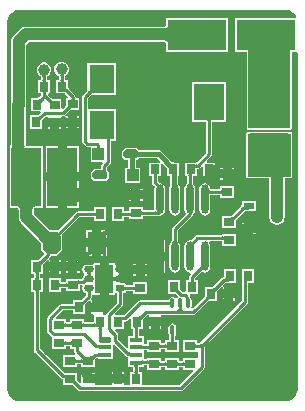
<source format=gtl>
G04*
G04 #@! TF.GenerationSoftware,Altium Limited,Altium Designer,21.7.2 (23)*
G04*
G04 Layer_Physical_Order=1*
G04 Layer_Color=255*
%FSLAX25Y25*%
%MOIN*%
G70*
G04*
G04 #@! TF.SameCoordinates,A1ADA5E8-AEB3-433E-A02D-67FD1DACD288*
G04*
G04*
G04 #@! TF.FilePolarity,Positive*
G04*
G01*
G75*
%ADD11C,0.00787*%
%ADD21R,0.00394X0.00394*%
G04:AMPARAMS|DCode=23|XSize=97.21mil|YSize=24.49mil|CornerRadius=12.25mil|HoleSize=0mil|Usage=FLASHONLY|Rotation=90.000|XOffset=0mil|YOffset=0mil|HoleType=Round|Shape=RoundedRectangle|*
%AMROUNDEDRECTD23*
21,1,0.09721,0.00000,0,0,90.0*
21,1,0.07272,0.02449,0,0,90.0*
1,1,0.02449,0.00000,0.03636*
1,1,0.02449,0.00000,-0.03636*
1,1,0.02449,0.00000,-0.03636*
1,1,0.02449,0.00000,0.03636*
%
%ADD23ROUNDEDRECTD23*%
%ADD24R,0.02449X0.09721*%
G04:AMPARAMS|DCode=31|XSize=31.5mil|YSize=19.68mil|CornerRadius=7.87mil|HoleSize=0mil|Usage=FLASHONLY|Rotation=180.000|XOffset=0mil|YOffset=0mil|HoleType=Round|Shape=RoundedRectangle|*
%AMROUNDEDRECTD31*
21,1,0.03150,0.00394,0,0,180.0*
21,1,0.01575,0.01968,0,0,180.0*
1,1,0.01575,-0.00787,0.00197*
1,1,0.01575,0.00787,0.00197*
1,1,0.01575,0.00787,-0.00197*
1,1,0.01575,-0.00787,-0.00197*
%
%ADD31ROUNDEDRECTD31*%
%ADD32R,0.03150X0.01968*%
%ADD33R,0.06102X0.09646*%
%ADD38R,0.03000X0.03600*%
%ADD39R,0.03600X0.03000*%
%ADD40C,0.03937*%
%ADD41O,0.01575X0.03347*%
%ADD42R,0.03740X0.02362*%
%ADD43R,0.19685X0.10236*%
%ADD44R,0.09843X0.19685*%
%ADD45R,0.04134X0.01772*%
%ADD46R,0.13000X0.08000*%
G04:AMPARAMS|DCode=47|XSize=50mil|YSize=30mil|CornerRadius=0mil|HoleSize=0mil|Usage=FLASHONLY|Rotation=180.000|XOffset=0mil|YOffset=0mil|HoleType=Round|Shape=Octagon|*
%AMOCTAGOND47*
4,1,8,-0.02500,0.00750,-0.02500,-0.00750,-0.01750,-0.01500,0.01750,-0.01500,0.02500,-0.00750,0.02500,0.00750,0.01750,0.01500,-0.01750,0.01500,-0.02500,0.00750,0.0*
%
%ADD47OCTAGOND47*%

%ADD48R,0.04000X0.04000*%
%ADD49R,0.08465X0.09646*%
%ADD50R,0.10236X0.12205*%
%ADD51R,0.06000X0.07500*%
G04:AMPARAMS|DCode=52|XSize=60mil|YSize=75mil|CornerRadius=0mil|HoleSize=0mil|Usage=FLASHONLY|Rotation=180.000|XOffset=0mil|YOffset=0mil|HoleType=Round|Shape=Octagon|*
%AMOCTAGOND52*
4,1,8,0.01500,-0.03750,-0.01500,-0.03750,-0.03000,-0.02250,-0.03000,0.02250,-0.01500,0.03750,0.01500,0.03750,0.03000,0.02250,0.03000,-0.02250,0.01500,-0.03750,0.0*
%
%ADD52OCTAGOND52*%

G04:AMPARAMS|DCode=53|XSize=17.72mil|YSize=41.34mil|CornerRadius=4.43mil|HoleSize=0mil|Usage=FLASHONLY|Rotation=90.000|XOffset=0mil|YOffset=0mil|HoleType=Round|Shape=RoundedRectangle|*
%AMROUNDEDRECTD53*
21,1,0.01772,0.03248,0,0,90.0*
21,1,0.00886,0.04134,0,0,90.0*
1,1,0.00886,0.01624,0.00443*
1,1,0.00886,0.01624,-0.00443*
1,1,0.00886,-0.01624,-0.00443*
1,1,0.00886,-0.01624,0.00443*
%
%ADD53ROUNDEDRECTD53*%
%ADD54C,0.01000*%
%ADD55C,0.04000*%
%ADD56C,0.01575*%
%ADD57C,0.03000*%
%ADD58C,0.03500*%
%ADD59C,0.01400*%
%ADD60C,0.03150*%
G36*
X292000Y288778D02*
X278000D01*
Y324856D01*
X292000D01*
Y288778D01*
D02*
G37*
G36*
X291481Y328031D02*
X292245Y327715D01*
X292932Y327256D01*
X293517Y326671D01*
X293965Y326000D01*
X293926Y325799D01*
X293726Y325500D01*
X273546D01*
Y314264D01*
X277459D01*
Y288778D01*
X277617Y288395D01*
X278000Y288236D01*
X280038D01*
X280400Y288140D01*
X281261D01*
X281623Y288236D01*
X288238D01*
X288763Y288096D01*
X289623D01*
X290148Y288236D01*
X292000D01*
X292383Y288395D01*
X292541Y288778D01*
Y314264D01*
X294231D01*
X294458Y313858D01*
X294465Y297968D01*
Y201920D01*
Y201506D01*
X294304Y200696D01*
X293987Y199932D01*
X293528Y199244D01*
X292943Y198660D01*
X292256Y198200D01*
X291492Y197884D01*
X290681Y197723D01*
X201440D01*
X200629Y197884D01*
X199865Y198200D01*
X199178Y198660D01*
X198593Y199244D01*
X198134Y199932D01*
X197818Y200695D01*
X197656Y201506D01*
Y201920D01*
Y323995D01*
Y324409D01*
X197818Y325219D01*
X198134Y325983D01*
X198593Y326671D01*
X199178Y327256D01*
X199865Y327715D01*
X200629Y328031D01*
X201440Y328192D01*
X290670D01*
X291481Y328031D01*
D02*
G37*
%LPC*%
G36*
X271342Y325500D02*
X250658D01*
Y323075D01*
X250642Y323046D01*
X250630Y322908D01*
X250612Y322845D01*
X250588Y322799D01*
X250552Y322757D01*
X250490Y322711D01*
X250392Y322661D01*
X250251Y322614D01*
X250065Y322575D01*
X249837Y322550D01*
X249799Y322549D01*
X203792D01*
X202816Y322355D01*
X201990Y321802D01*
X199646Y319459D01*
X199094Y318632D01*
X198900Y317657D01*
Y297193D01*
X198756Y296468D01*
Y290667D01*
Y283512D01*
X198730Y282948D01*
X198719Y282842D01*
X198579D01*
Y282402D01*
X198549Y282332D01*
X198579Y282261D01*
Y262158D01*
X200925D01*
X200954Y262142D01*
X201092Y262130D01*
X201155Y262112D01*
X201201Y262088D01*
X201243Y262052D01*
X201289Y261990D01*
X201339Y261892D01*
X201386Y261751D01*
X201425Y261565D01*
X201450Y261337D01*
X201451Y261299D01*
Y259000D01*
X201645Y258025D01*
X202198Y257198D01*
X208246Y251149D01*
X208302Y251091D01*
X208557Y250797D01*
X208764Y250527D01*
X208922Y250285D01*
X209000Y250134D01*
Y249191D01*
X208991Y249151D01*
X209000Y249137D01*
Y248000D01*
X210129Y246871D01*
X208239Y244980D01*
X208189Y244961D01*
X208107Y244883D01*
X208044Y244827D01*
X208009Y244800D01*
X207969D01*
X207927Y244817D01*
X207890Y244802D01*
X207851Y244812D01*
X207831Y244800D01*
X205500D01*
Y240200D01*
X206480D01*
Y238800D01*
X205500D01*
Y234200D01*
X206480D01*
Y225273D01*
Y214641D01*
X206558Y214251D01*
X206779Y213920D01*
X207110Y213699D01*
X207368Y213648D01*
X215537Y205479D01*
X215868Y205258D01*
X216200Y205191D01*
Y203200D01*
X219112D01*
X219154Y203175D01*
X219192Y203185D01*
X219227Y203170D01*
X219298Y203200D01*
X219306D01*
X219415Y203110D01*
X219489Y203038D01*
X219539Y203019D01*
X221166Y201391D01*
X221497Y201170D01*
X221887Y201093D01*
X255533D01*
X255923Y201170D01*
X256254Y201391D01*
X263120Y208257D01*
X263341Y208588D01*
X263419Y208978D01*
Y215016D01*
X263440Y215062D01*
X263447Y215239D01*
X263463Y215389D01*
X263491Y215532D01*
X263528Y215670D01*
X263577Y215801D01*
X263636Y215929D01*
X263706Y216052D01*
X263788Y216173D01*
X263882Y216291D01*
X264003Y216420D01*
X264009Y216436D01*
X264023Y216444D01*
X264036Y216483D01*
X277721Y230168D01*
X277942Y230499D01*
X278020Y230889D01*
Y237200D01*
X280000D01*
Y241800D01*
X276000D01*
Y238598D01*
X275980Y238500D01*
Y237749D01*
X275971Y237728D01*
X275959Y237328D01*
X275962Y237320D01*
X275959Y237312D01*
X275980Y237260D01*
Y231312D01*
X261888Y217219D01*
X260800D01*
Y218199D01*
X256200D01*
Y214199D01*
X260800D01*
Y215180D01*
X261380D01*
Y209775D01*
X261300Y209722D01*
X260800Y209989D01*
Y212199D01*
X256200D01*
Y211219D01*
X254800D01*
Y212199D01*
X250200D01*
Y211219D01*
X248800D01*
Y212199D01*
X244200D01*
Y211877D01*
X243155D01*
Y214636D01*
X244200D01*
Y214199D01*
X248800D01*
Y215180D01*
X250200D01*
Y214199D01*
X254800D01*
Y218199D01*
X253718D01*
Y219453D01*
X253758Y219482D01*
Y219831D01*
X253911Y220062D01*
X254011Y220564D01*
Y221450D01*
Y222336D01*
X253911Y222838D01*
X253758Y223068D01*
Y223188D01*
X253677D01*
X253627Y223264D01*
X253201Y223548D01*
X252698Y223648D01*
X252196Y223548D01*
X251770Y223264D01*
X251486Y222838D01*
X251386Y222336D01*
Y220564D01*
X251486Y220062D01*
X251642Y219827D01*
X251642Y219827D01*
X251645Y219814D01*
X251657Y219623D01*
X251657Y219561D01*
X251679Y219510D01*
Y218199D01*
X250200D01*
Y217219D01*
X248800D01*
Y218199D01*
X244200D01*
Y216676D01*
X243155D01*
Y219601D01*
X241638D01*
Y221900D01*
X243000D01*
Y224812D01*
X243024Y224853D01*
X243014Y224891D01*
X243029Y224927D01*
X243000Y224997D01*
Y225005D01*
X243090Y225114D01*
X243161Y225188D01*
X243181Y225238D01*
X244270Y226328D01*
X245000D01*
Y225699D01*
X247000D01*
X249000D01*
Y226328D01*
X255135D01*
X255151Y226317D01*
X255207Y226328D01*
X255308D01*
X255364Y226317D01*
X255380Y226328D01*
X259647D01*
X260038Y226406D01*
X260368Y226627D01*
X264761Y231020D01*
X264811Y231039D01*
X264893Y231117D01*
X264956Y231173D01*
X264991Y231200D01*
X265031D01*
X265073Y231183D01*
X265110Y231198D01*
X265149Y231188D01*
X265169Y231200D01*
X267500D01*
Y234113D01*
X267524Y234154D01*
X267514Y234191D01*
X267529Y234227D01*
X267500Y234298D01*
Y234306D01*
X267590Y234415D01*
X267661Y234489D01*
X267681Y234539D01*
X269041Y235899D01*
X269500Y235651D01*
X269500Y235362D01*
Y235000D01*
X270000D01*
Y235800D01*
X269974D01*
X269649Y235800D01*
X269401Y236259D01*
X270302Y237160D01*
X270372Y237161D01*
X270380Y237164D01*
X270388Y237161D01*
X270496Y237165D01*
X270510Y237172D01*
X270525Y237167D01*
X270545Y237169D01*
X270565Y237179D01*
X270587Y237174D01*
X270599Y237176D01*
X270605Y237180D01*
X271000D01*
X271098Y237200D01*
X274000D01*
Y241800D01*
X270000D01*
Y239220D01*
X269900D01*
X269510Y239142D01*
X269179Y238921D01*
X266239Y235981D01*
X266189Y235961D01*
X266109Y235885D01*
X266048Y235831D01*
X266008Y235800D01*
X265998D01*
X265927Y235829D01*
X265892Y235814D01*
X265854Y235824D01*
X265812Y235800D01*
X263500D01*
Y232869D01*
X263488Y232850D01*
X263498Y232810D01*
X263483Y232773D01*
X263500Y232731D01*
Y232693D01*
X263412Y232588D01*
X263339Y232511D01*
X263320Y232462D01*
X259541Y228682D01*
X259458Y228708D01*
X259029Y228920D01*
X259129Y229422D01*
Y231194D01*
X259029Y231696D01*
X258795Y232047D01*
X258758Y232136D01*
X258757Y232136D01*
X258749Y232221D01*
X258748Y232278D01*
X258729Y232321D01*
X258738Y232367D01*
X258712Y232407D01*
X258648Y232724D01*
X258428Y233055D01*
X258368Y233115D01*
X258559Y233576D01*
X261285D01*
Y238176D01*
X260304D01*
Y238754D01*
X262487Y240936D01*
X262811Y240719D01*
X263484Y240585D01*
X264157Y240719D01*
X264728Y241101D01*
X265109Y241671D01*
X265243Y242344D01*
Y249616D01*
X265109Y250289D01*
X264895Y250608D01*
X265163Y251108D01*
X269200D01*
Y249500D01*
X273800D01*
Y253500D01*
X269200D01*
Y253147D01*
X260996D01*
X260606Y253070D01*
X260275Y252849D01*
X258871Y251444D01*
X258821Y251425D01*
X258754Y251361D01*
X258716Y251328D01*
X258642Y251343D01*
X258626Y251349D01*
X258621Y251347D01*
X258484Y251374D01*
X257811Y251240D01*
X257241Y250859D01*
X256860Y250289D01*
X256726Y249616D01*
Y242344D01*
X256860Y241671D01*
X257241Y241101D01*
X257811Y240719D01*
X258484Y240585D01*
X258560Y240601D01*
X258806Y240140D01*
X258564Y239897D01*
X258343Y239567D01*
X258265Y239176D01*
Y238176D01*
X257285D01*
Y234684D01*
X256785Y234286D01*
X256772Y234288D01*
X256015D01*
X255465Y234838D01*
X255446Y234888D01*
X255367Y234969D01*
X255311Y235033D01*
X255285Y235067D01*
Y235107D01*
X255302Y235149D01*
X255286Y235187D01*
X255296Y235226D01*
X255285Y235246D01*
Y238176D01*
X251285D01*
Y233576D01*
X253615D01*
X253635Y233565D01*
X253675Y233575D01*
X253712Y233559D01*
X253754Y233576D01*
X253792D01*
X253897Y233489D01*
X253973Y233416D01*
X254023Y233396D01*
X254576Y232843D01*
X254577Y232842D01*
X254486Y232226D01*
X254329Y232122D01*
X254279Y232046D01*
X253677D01*
X253627Y232122D01*
X253201Y232407D01*
X252698Y232507D01*
X252196Y232407D01*
X251770Y232122D01*
X251486Y231696D01*
X251412Y231328D01*
X241988D01*
X241598Y231250D01*
X241267Y231029D01*
X236558Y226320D01*
X236440D01*
X236388Y226341D01*
X236380Y226338D01*
X236372Y226341D01*
X235972Y226329D01*
X235951Y226320D01*
X235500D01*
X235402Y226300D01*
X233603D01*
X233412Y226762D01*
X235957Y229307D01*
X236178Y229638D01*
X236256Y230028D01*
Y233866D01*
X237311D01*
Y234331D01*
X239700D01*
Y233500D01*
X244300D01*
Y237500D01*
X239700D01*
Y236370D01*
X237311D01*
Y236835D01*
X237043D01*
X236993Y237000D01*
X235236D01*
Y239475D01*
X234486D01*
X234534Y239480D01*
X234576Y239492D01*
X234614Y239512D01*
X234646Y239541D01*
X234674Y239578D01*
X234696Y239624D01*
X234714Y239677D01*
X234726Y239739D01*
X234734Y239809D01*
X234736Y239887D01*
X235236D01*
Y240000D01*
X236688D01*
Y240150D01*
X235236D01*
Y240262D01*
X234736D01*
X234734Y240340D01*
X234726Y240410D01*
X234714Y240472D01*
X234696Y240526D01*
X234674Y240571D01*
X234646Y240608D01*
X234614Y240637D01*
X234576Y240658D01*
X234534Y240670D01*
X234486Y240674D01*
X235236D01*
Y241650D01*
X233736D01*
Y243250D01*
X233551Y243351D01*
Y243823D01*
X231500D01*
Y238500D01*
Y233177D01*
X233551D01*
Y233866D01*
X234217D01*
Y230451D01*
X230992Y227226D01*
X230771Y226895D01*
X230733Y226704D01*
X230500Y226300D01*
X229741D01*
X229500Y226700D01*
X229500Y226800D01*
Y227500D01*
X225500D01*
Y226700D01*
X226259D01*
X226500Y226300D01*
X226500Y226200D01*
Y224219D01*
X223300D01*
Y225200D01*
X218700D01*
Y224219D01*
X217300D01*
Y225200D01*
X213975D01*
X213783Y225661D01*
X216102Y227980D01*
X219500D01*
Y226700D01*
X223500D01*
Y229631D01*
X223512Y229650D01*
X223502Y229690D01*
X223517Y229727D01*
X223500Y229769D01*
Y229807D01*
X223588Y229912D01*
X223661Y229989D01*
X223680Y230038D01*
X225041Y231399D01*
X225500Y231151D01*
Y230500D01*
X226000D01*
Y231300D01*
X225649D01*
X225401Y231759D01*
X225485Y231843D01*
X225706Y232174D01*
X225783Y232564D01*
Y233441D01*
X225949Y233540D01*
X226449Y233256D01*
Y233177D01*
X228500D01*
Y238500D01*
Y243823D01*
X226449D01*
Y243351D01*
X225949Y243080D01*
X225551Y243159D01*
X223976D01*
X223474Y243059D01*
X223048Y242775D01*
X222764Y242349D01*
X222664Y241846D01*
Y241453D01*
X222764Y240950D01*
X223048Y240525D01*
X223306Y240353D01*
X223312Y240336D01*
Y239814D01*
X223306Y239797D01*
X223048Y239625D01*
X222764Y239199D01*
X222697Y238866D01*
X222655Y238803D01*
X222269Y238520D01*
X221740D01*
X221688Y238541D01*
X221686Y238540D01*
X221684Y238541D01*
X221428Y238539D01*
X221420Y238536D01*
X221412Y238539D01*
X221304Y238535D01*
X221290Y238528D01*
X221275Y238533D01*
X221255Y238531D01*
X221235Y238521D01*
X221213Y238526D01*
X221201Y238524D01*
X221195Y238520D01*
X220500D01*
X220402Y238500D01*
X217200D01*
Y237520D01*
X215500D01*
Y238800D01*
X211500D01*
Y234200D01*
X215500D01*
Y235480D01*
X217200D01*
Y234500D01*
X221800D01*
Y236480D01*
X222450D01*
X222681Y236163D01*
X222750Y235980D01*
X222664Y235547D01*
Y235154D01*
X222764Y234651D01*
X223048Y234225D01*
X223474Y233941D01*
X223744Y233887D01*
Y232986D01*
X222238Y231480D01*
X222188Y231461D01*
X222107Y231383D01*
X222044Y231327D01*
X222009Y231300D01*
X221969D01*
X221927Y231317D01*
X221890Y231302D01*
X221850Y231312D01*
X221831Y231300D01*
X219500D01*
Y230020D01*
X215680D01*
X215290Y229942D01*
X214959Y229721D01*
X211192Y225954D01*
X210971Y225623D01*
X210893Y225233D01*
Y221166D01*
X210971Y220776D01*
X211192Y220445D01*
X212371Y219266D01*
X212700Y219046D01*
Y215199D01*
X217300D01*
Y216180D01*
X218700D01*
Y215199D01*
X219980D01*
Y214400D01*
X220058Y214009D01*
X220265Y213700D01*
X220221Y213480D01*
X220105Y213199D01*
X216200D01*
Y209200D01*
X220800D01*
Y210180D01*
X222200D01*
Y209200D01*
X226800D01*
Y211530D01*
X226812Y211550D01*
X226802Y211589D01*
X226817Y211627D01*
X226800Y211668D01*
Y211707D01*
X226888Y211812D01*
X226961Y211888D01*
X226980Y211938D01*
X227237Y212195D01*
X227784D01*
Y211711D01*
X230351D01*
X232918D01*
Y211711D01*
Y216403D01*
X233418Y216610D01*
X237266Y212762D01*
X237597Y212541D01*
X237987Y212463D01*
X238021D01*
Y209152D01*
X239480D01*
Y207500D01*
X238500D01*
Y203132D01*
X236500D01*
Y203699D01*
X234500D01*
X232500D01*
Y203132D01*
X227272D01*
X226800Y203200D01*
Y203699D01*
X224500D01*
Y205200D01*
X223000D01*
Y205915D01*
X222712Y205627D01*
X222741Y205665D01*
X222757Y205709D01*
X222761Y205758D01*
X222752Y205814D01*
X222730Y205874D01*
X222695Y205941D01*
X222648Y206013D01*
X222588Y206091D01*
X222515Y206174D01*
X222429Y206263D01*
X223000Y206834D01*
Y207200D01*
X222200D01*
Y203895D01*
X221738Y203703D01*
X220981Y204461D01*
X220961Y204511D01*
X220885Y204590D01*
X220831Y204652D01*
X220800Y204692D01*
Y204702D01*
X220829Y204772D01*
X220814Y204808D01*
X220824Y204845D01*
X220800Y204887D01*
Y207200D01*
X217599D01*
X217500Y207219D01*
X216749D01*
X216728Y207228D01*
X216669Y207230D01*
X208520Y215380D01*
Y225273D01*
Y234200D01*
X209500D01*
Y238800D01*
X208520D01*
Y240200D01*
X209500D01*
Y243131D01*
X209512Y243150D01*
X209502Y243190D01*
X209517Y243227D01*
X209500Y243269D01*
Y243307D01*
X209588Y243412D01*
X209661Y243489D01*
X209680Y243538D01*
X211041Y244899D01*
X211500Y244651D01*
X211500Y244362D01*
Y244000D01*
X212000D01*
Y244800D01*
X211974D01*
X211649Y244800D01*
X211401Y245259D01*
X211928Y245786D01*
X212149Y246117D01*
X212176Y246250D01*
X214250D01*
X216000Y248000D01*
Y253000D01*
X215846Y253154D01*
X221672Y258980D01*
X226500D01*
Y257700D01*
X230500D01*
Y262300D01*
X226500D01*
Y261020D01*
X221250D01*
X220860Y260942D01*
X220529Y260721D01*
X214404Y254596D01*
X214250Y254750D01*
X213033D01*
X212989Y254767D01*
X212951Y254750D01*
X212950D01*
X212910Y254759D01*
X212896Y254750D01*
X212024D01*
X211840Y254874D01*
X211200Y255407D01*
X211136Y255469D01*
X206549Y260056D01*
Y261299D01*
X206550Y261337D01*
X206575Y261565D01*
X206613Y261751D01*
X206661Y261892D01*
X206711Y261990D01*
X206757Y262052D01*
X206799Y262088D01*
X206844Y262112D01*
X206908Y262130D01*
X207046Y262142D01*
X207075Y262158D01*
X209421D01*
Y282842D01*
X204381D01*
X204351Y282858D01*
X204213Y282870D01*
X204150Y282888D01*
X204104Y282912D01*
X204062Y282949D01*
X204015Y283011D01*
X203965Y283109D01*
X203918Y283250D01*
X203880Y283436D01*
X203855Y283663D01*
X203854Y283701D01*
Y290667D01*
Y295887D01*
X203998Y296612D01*
Y316601D01*
X204848Y317451D01*
X249799D01*
X249837Y317450D01*
X250065Y317425D01*
X250251Y317387D01*
X250392Y317339D01*
X250490Y317289D01*
X250552Y317243D01*
X250588Y317201D01*
X250612Y317156D01*
X250630Y317092D01*
X250642Y316954D01*
X250658Y316925D01*
Y314264D01*
X271342D01*
Y325500D01*
D02*
G37*
G36*
X233819Y310598D02*
X224354D01*
Y301622D01*
X224343Y301602D01*
X224353Y301563D01*
X224337Y301525D01*
X224354Y301484D01*
Y301446D01*
X224267Y301340D01*
X224194Y301264D01*
X224174Y301214D01*
X222846Y299886D01*
X222625Y299555D01*
X222547Y299165D01*
Y284368D01*
X222625Y283978D01*
X222846Y283647D01*
X223600Y282893D01*
X223931Y282672D01*
X224321Y282595D01*
X225039D01*
X225500Y282500D01*
Y277500D01*
X229225D01*
X229417Y277038D01*
X229100Y276721D01*
X228879Y276390D01*
X228801Y276000D01*
Y275000D01*
X226500D01*
X225500Y274000D01*
Y272000D01*
X226500Y271000D01*
X230500D01*
X231500Y272000D01*
Y274000D01*
X230856Y274644D01*
X230860Y274699D01*
X230855Y274715D01*
X230861Y274731D01*
X230862Y274806D01*
X230840Y274859D01*
Y275578D01*
X232008Y276746D01*
X232229Y277077D01*
X232307Y277467D01*
Y284402D01*
X233819D01*
Y295047D01*
X224587D01*
Y298743D01*
X225616Y299772D01*
X225666Y299792D01*
X225747Y299870D01*
X225811Y299926D01*
X225845Y299953D01*
X225885D01*
X225927Y299936D01*
X225964Y299951D01*
X226004Y299941D01*
X226024Y299953D01*
X233819D01*
Y310598D01*
D02*
G37*
G36*
X216286Y310880D02*
X215304D01*
X214397Y310504D01*
X213703Y309810D01*
X213327Y308902D01*
Y307920D01*
X213703Y307013D01*
X214397Y306319D01*
X214663Y306209D01*
X214663Y306209D01*
X214746Y306174D01*
X214749Y306171D01*
X214750Y306165D01*
X214753Y306142D01*
X214754Y306089D01*
X214776Y306042D01*
Y304922D01*
X213931D01*
Y300322D01*
X216781D01*
X216811Y300281D01*
X216837Y300266D01*
X216848Y300237D01*
X216897Y300184D01*
X216953Y300158D01*
X217935Y299176D01*
X217728Y298676D01*
X217116D01*
Y296363D01*
X217092Y296322D01*
X217102Y296284D01*
X217087Y296248D01*
X217116Y296178D01*
Y296170D01*
X217027Y296061D01*
X216955Y295987D01*
X216936Y295937D01*
X216201Y295202D01*
X215701Y295409D01*
Y298568D01*
X212788D01*
X212747Y298592D01*
X212709Y298583D01*
X212673Y298598D01*
X212603Y298568D01*
X212595D01*
X212486Y298658D01*
X212412Y298729D01*
X212362Y298749D01*
X211289Y299822D01*
X211496Y300322D01*
X211931D01*
Y304922D01*
X210908D01*
Y305827D01*
X210929Y305874D01*
X210931Y305927D01*
X210934Y305951D01*
X210935Y305956D01*
X210937Y305959D01*
X211021Y305994D01*
X211021Y305994D01*
X211287Y306104D01*
X211981Y306798D01*
X212357Y307705D01*
Y308687D01*
X211981Y309595D01*
X211287Y310289D01*
X210379Y310665D01*
X209397D01*
X208490Y310289D01*
X207796Y309595D01*
X207420Y308687D01*
Y307705D01*
X207796Y306798D01*
X208490Y306104D01*
X208756Y305994D01*
X208756Y305994D01*
X208839Y305959D01*
X208842Y305956D01*
X208843Y305951D01*
X208846Y305927D01*
X208847Y305874D01*
X208869Y305827D01*
Y304922D01*
X207931D01*
Y300322D01*
X208911D01*
Y299744D01*
X208654Y299486D01*
X208435Y299340D01*
X208187Y299092D01*
X208137Y299073D01*
X208023Y298962D01*
X207968Y298915D01*
X207954Y298917D01*
X207948Y298912D01*
X205449D01*
Y294312D01*
X208554D01*
X208746Y293850D01*
X208043Y293148D01*
X207993Y293128D01*
X207914Y293052D01*
X207852Y292998D01*
X207812Y292967D01*
X207802D01*
X207732Y292996D01*
X207696Y292981D01*
X207659Y292991D01*
X207617Y292967D01*
X205305D01*
Y288367D01*
X209304D01*
Y291280D01*
X209329Y291321D01*
X209319Y291358D01*
X209334Y291394D01*
X209304Y291465D01*
Y291473D01*
X209394Y291582D01*
X209466Y291656D01*
X209485Y291706D01*
X210541Y292761D01*
X210681D01*
X211101Y292568D01*
X211101Y292261D01*
Y292068D01*
X213401D01*
X215701D01*
Y292568D01*
X216121Y292761D01*
X216222D01*
X216612Y292839D01*
X216712Y292906D01*
X217116Y292575D01*
X217116Y292228D01*
Y292176D01*
X217916D01*
Y292676D01*
X217586D01*
X217241Y292676D01*
X217196Y292734D01*
X217017Y293135D01*
X218378Y294495D01*
X218427Y294514D01*
X218507Y294591D01*
X218569Y294645D01*
X218609Y294676D01*
X218618D01*
X218689Y294647D01*
X218725Y294661D01*
X218762Y294652D01*
X218804Y294676D01*
X221716D01*
Y298676D01*
X220436D01*
Y299136D01*
X220358Y299527D01*
X220137Y299857D01*
X218480Y301515D01*
X218466Y301557D01*
X218450Y301565D01*
X218443Y301582D01*
X218326Y301702D01*
X218233Y301804D01*
X218074Y301999D01*
X218024Y302071D01*
X217986Y302134D01*
X217961Y302182D01*
X217950Y302210D01*
X217949Y302216D01*
X217946Y302247D01*
X217931Y302274D01*
Y304922D01*
X216815D01*
Y306042D01*
X216836Y306089D01*
X216838Y306142D01*
X216841Y306165D01*
X216842Y306171D01*
X216844Y306174D01*
X216928Y306209D01*
X216928Y306209D01*
X217194Y306319D01*
X217888Y307013D01*
X218264Y307920D01*
Y308902D01*
X217888Y309810D01*
X217194Y310504D01*
X216286Y310880D01*
D02*
G37*
G36*
X220916Y292676D02*
Y292176D01*
X221716D01*
Y292676D01*
X220916D01*
D02*
G37*
G36*
X221716Y289176D02*
X220916D01*
Y288676D01*
X221716D01*
Y289176D01*
D02*
G37*
G36*
X217916D02*
X217116D01*
Y288676D01*
X217916D01*
Y289176D01*
D02*
G37*
G36*
X215701Y289068D02*
X214901D01*
Y288568D01*
X215701D01*
Y289068D01*
D02*
G37*
G36*
X211901D02*
X211101D01*
Y288568D01*
X211901D01*
Y289068D01*
D02*
G37*
G36*
X270532Y304102D02*
X259295D01*
Y290898D01*
X263894D01*
Y280454D01*
X260736Y277296D01*
X260593Y277298D01*
X260560Y277301D01*
X260557Y277301D01*
X260556Y277301D01*
X260543Y277302D01*
X260519Y277294D01*
X260477Y277311D01*
X260447Y277299D01*
X260415Y277308D01*
X260367Y277282D01*
X256984D01*
Y272682D01*
X257480D01*
Y270194D01*
X257459Y270145D01*
X257457Y270053D01*
X257453Y270006D01*
X257408Y269976D01*
X257381Y269965D01*
X257376Y269954D01*
X257241Y269864D01*
X256860Y269293D01*
X256726Y268620D01*
Y261349D01*
X256860Y260676D01*
X257183Y260191D01*
X252779Y255787D01*
X252558Y255456D01*
X252480Y255066D01*
Y251189D01*
X252459Y251140D01*
X252457Y251048D01*
X252453Y251001D01*
X252408Y250971D01*
X252381Y250960D01*
X252376Y250950D01*
X252241Y250859D01*
X251860Y250289D01*
X251726Y249616D01*
Y242344D01*
X251860Y241671D01*
X252241Y241101D01*
X252811Y240719D01*
X253484Y240585D01*
X254157Y240719D01*
X254728Y241101D01*
X255109Y241671D01*
X255243Y242344D01*
Y249616D01*
X255109Y250289D01*
X254728Y250859D01*
X254632Y250923D01*
X254632Y250923D01*
X254631Y250924D01*
X254547Y250980D01*
X254543Y251034D01*
X254541Y251127D01*
X254520Y251176D01*
Y254644D01*
X259221Y259345D01*
X259442Y259676D01*
X259497Y259951D01*
X259728Y260105D01*
X260109Y260676D01*
X260243Y261349D01*
Y268620D01*
X260109Y269293D01*
X259728Y269864D01*
X259632Y269928D01*
X259632Y269928D01*
X259631Y269929D01*
X259547Y269984D01*
X259543Y270039D01*
X259541Y270132D01*
X259520Y270180D01*
Y272682D01*
X260984D01*
Y275234D01*
X261135D01*
X261525Y275311D01*
X261856Y275532D01*
X262522Y276199D01*
X262984Y276008D01*
Y272682D01*
X263484D01*
Y274982D01*
X264984D01*
Y276482D01*
X266984D01*
Y277282D01*
X264259D01*
X264067Y277744D01*
X265634Y279311D01*
X265855Y279642D01*
X265933Y280032D01*
Y290898D01*
X270532D01*
Y304102D01*
D02*
G37*
G36*
X273300Y275500D02*
X272540D01*
X272546Y275420D01*
X272572Y275288D01*
X272604Y275180D01*
X272641Y275096D01*
X272684Y275036D01*
X272733Y275000D01*
X273300D01*
Y275500D01*
D02*
G37*
G36*
X269464D02*
X268700D01*
Y275000D01*
X269267D01*
D01*
X269316Y275036D01*
X269359Y275096D01*
X269396Y275180D01*
X269428Y275288D01*
X269454Y275420D01*
X269464Y275500D01*
D02*
G37*
G36*
X221421Y282842D02*
X217500D01*
Y274000D01*
X221421D01*
Y282842D01*
D02*
G37*
G36*
X214500D02*
X210579D01*
Y274000D01*
X214500D01*
Y282842D01*
D02*
G37*
G36*
X266484Y273188D02*
Y272682D01*
X266984D01*
Y272991D01*
X266586Y273000D01*
Y273139D01*
X266484Y273188D01*
D02*
G37*
G36*
X273300Y272000D02*
X272500D01*
Y271500D01*
X273300D01*
Y272000D01*
D02*
G37*
G36*
X269500D02*
X268700D01*
Y271500D01*
X269500D01*
Y272000D01*
D02*
G37*
G36*
X221421Y271000D02*
X217500D01*
Y262158D01*
X221421D01*
Y264307D01*
X221309Y264250D01*
X221165Y264140D01*
X221053Y264010D01*
X220973Y263860D01*
X220925Y263690D01*
X220909Y263500D01*
Y269500D01*
X220925Y269310D01*
X220973Y269140D01*
X221053Y268990D01*
X221165Y268860D01*
X221309Y268750D01*
X221421Y268693D01*
Y271000D01*
D02*
G37*
G36*
X239000Y268500D02*
X238258D01*
X238638Y268339D01*
X239000Y268222D01*
Y268500D01*
D02*
G37*
G36*
X242800D02*
X242000D01*
Y268000D01*
X242800D01*
Y268500D01*
D02*
G37*
G36*
X263484Y270379D02*
X262811Y270245D01*
X262241Y269864D01*
X261860Y269293D01*
X261726Y268620D01*
Y261349D01*
X261860Y260676D01*
X262241Y260105D01*
X262811Y259724D01*
X263484Y259590D01*
X264157Y259724D01*
X264728Y260105D01*
X265109Y260676D01*
X265243Y261349D01*
Y266480D01*
X268700D01*
Y265500D01*
X273300D01*
Y269500D01*
X268700D01*
Y268520D01*
X265243D01*
Y268620D01*
X265109Y269293D01*
X264728Y269864D01*
X264157Y270245D01*
X263484Y270379D01*
D02*
G37*
G36*
X242800Y265000D02*
X242000D01*
Y264500D01*
X242800D01*
Y265000D01*
D02*
G37*
G36*
X238707D02*
X238200D01*
Y264500D01*
X239000D01*
Y264921D01*
X238707Y264905D01*
Y265000D01*
D02*
G37*
G36*
X214500Y271000D02*
X210579D01*
Y262158D01*
X214500D01*
Y271000D01*
D02*
G37*
G36*
X241000Y282000D02*
X237000D01*
X236000Y281000D01*
Y279000D01*
X237000Y278000D01*
X237915D01*
X237918Y277966D01*
X237922Y277865D01*
X237937Y277830D01*
Y275670D01*
X237922Y275636D01*
X237918Y275537D01*
X237914Y275500D01*
X237000D01*
Y270500D01*
X242000D01*
Y275500D01*
X240586D01*
X240582Y275537D01*
X240578Y275636D01*
X240563Y275670D01*
Y277830D01*
X240578Y277865D01*
X240582Y277966D01*
X240585Y278000D01*
X241000D01*
X241687Y278687D01*
X247723D01*
X248628Y277782D01*
X248421Y277282D01*
X244984D01*
Y272682D01*
X245980D01*
Y270497D01*
X246058Y270107D01*
X246279Y269776D01*
X246732Y269323D01*
X246733Y269317D01*
X246756Y269299D01*
X246789Y269266D01*
X246808Y269217D01*
X246838Y269185D01*
X246726Y268620D01*
Y261520D01*
X242800D01*
Y262500D01*
X238200D01*
Y261020D01*
X236500D01*
Y262300D01*
X232500D01*
Y257700D01*
X236500D01*
Y258980D01*
X238200D01*
Y258500D01*
X242800D01*
Y259480D01*
X247164D01*
X247219Y259459D01*
X247879Y259474D01*
X247894Y259481D01*
X247909Y259475D01*
X248058Y259487D01*
X248072Y259494D01*
X248087Y259490D01*
X248200Y259505D01*
X248225Y259520D01*
X248253Y259515D01*
X248331Y259533D01*
X248385Y259572D01*
X248452Y259577D01*
X248480Y259591D01*
X248484Y259590D01*
X249157Y259724D01*
X249728Y260105D01*
X250109Y260676D01*
X250243Y261349D01*
Y268620D01*
X250109Y269293D01*
X249728Y269864D01*
X249157Y270245D01*
X248642Y270348D01*
X248641Y270348D01*
X248636Y270351D01*
X248628Y270357D01*
X248514Y270456D01*
X248470Y270499D01*
X248419Y270519D01*
X248020Y270919D01*
Y272682D01*
X248984D01*
Y276719D01*
X249484Y276926D01*
X250646Y275764D01*
X250660Y275727D01*
X250786Y275596D01*
X250882Y275487D01*
X250954Y275393D01*
X250984Y275347D01*
Y275170D01*
X250955Y275100D01*
X250970Y275064D01*
X250960Y275026D01*
X250984Y274985D01*
Y272682D01*
X251982D01*
X251985Y272648D01*
X251989Y272547D01*
X252004Y272512D01*
Y270040D01*
X251988Y270003D01*
X251987Y269890D01*
X251980Y269701D01*
X251966Y269561D01*
X251960Y269521D01*
X251954Y269495D01*
X251953Y269490D01*
X251946Y269475D01*
X251946Y269468D01*
X251944Y269463D01*
X251946Y269447D01*
X251946Y269423D01*
X251860Y269293D01*
X251726Y268620D01*
Y261349D01*
X251860Y260676D01*
X252241Y260105D01*
X252811Y259724D01*
X253484Y259590D01*
X254157Y259724D01*
X254728Y260105D01*
X255109Y260676D01*
X255243Y261349D01*
Y268620D01*
X255109Y269293D01*
X254728Y269864D01*
X254722Y269867D01*
X254721Y269870D01*
X254718Y269875D01*
X254712Y269887D01*
X254700Y269897D01*
X254695Y269910D01*
X254684Y269940D01*
X254673Y269985D01*
X254663Y270038D01*
X254647Y270211D01*
X254645Y270314D01*
X254629Y270350D01*
Y270376D01*
X254636Y270406D01*
X254629Y270415D01*
Y272513D01*
X254645Y272548D01*
X254648Y272648D01*
X254652Y272682D01*
X254984D01*
Y273122D01*
X255013Y273191D01*
X255003Y273217D01*
X255011Y273243D01*
X254984Y273294D01*
Y277282D01*
X253281D01*
X253240Y277306D01*
X253202Y277297D01*
X253167Y277311D01*
X253096Y277282D01*
X252919D01*
X252880Y277308D01*
X252665Y277485D01*
X252539Y277606D01*
X252502Y277620D01*
X249195Y280928D01*
X248769Y281213D01*
X248266Y281313D01*
X241687D01*
X241000Y282000D01*
D02*
G37*
G36*
X280557Y264456D02*
X275817D01*
Y263170D01*
X275802Y263142D01*
X275799Y263111D01*
X275798Y263106D01*
X275787Y263077D01*
X275763Y263029D01*
X275724Y262966D01*
X275677Y262899D01*
X275415Y262590D01*
X275305Y262477D01*
X275285Y262426D01*
X272538Y259680D01*
X272488Y259661D01*
X272407Y259583D01*
X272344Y259527D01*
X272309Y259500D01*
X272269D01*
X272227Y259517D01*
X272190Y259502D01*
X272150Y259512D01*
X272131Y259500D01*
X269200D01*
Y255500D01*
X273800D01*
Y257831D01*
X273812Y257851D01*
X273802Y257890D01*
X273817Y257927D01*
X273800Y257969D01*
Y258007D01*
X273888Y258112D01*
X273961Y258189D01*
X273980Y258239D01*
X276634Y260892D01*
X276673Y260904D01*
X276690Y260935D01*
X276722Y260950D01*
X276773Y261004D01*
X276781Y261023D01*
X276798Y261032D01*
X276832Y261074D01*
X277506D01*
X277605Y261093D01*
X280557D01*
Y264456D01*
D02*
G37*
G36*
Y256975D02*
X280243D01*
X280410Y256794D01*
X280557D01*
Y256975D01*
D02*
G37*
G36*
X276687D02*
X275817D01*
Y256794D01*
X276687D01*
Y256975D01*
D02*
G37*
G36*
X292000Y287500D02*
X278000D01*
Y287495D01*
X277867D01*
X277484Y287337D01*
X277325Y286954D01*
X277325Y272522D01*
X277484Y272139D01*
X277866Y271981D01*
X285008D01*
Y259034D01*
X285187Y258135D01*
Y257353D01*
X285674D01*
X285755Y257232D01*
X286582Y256679D01*
X287557Y256485D01*
X288533Y256679D01*
X289360Y257232D01*
X289441Y257353D01*
X289927D01*
Y258135D01*
X290106Y259034D01*
Y271981D01*
X292178D01*
X292561Y272139D01*
X292719Y272522D01*
Y286954D01*
X292561Y287337D01*
X292178Y287495D01*
X292000D01*
Y287500D01*
D02*
G37*
G36*
X280557Y253794D02*
X279687D01*
Y253613D01*
X280557D01*
Y253794D01*
D02*
G37*
G36*
X276419D02*
X275817D01*
Y253613D01*
X276550D01*
X276419Y253794D01*
D02*
G37*
G36*
X231000Y254750D02*
X229000D01*
Y252000D01*
X231000D01*
Y254750D01*
D02*
G37*
G36*
X226000D02*
X224000D01*
Y252000D01*
X226000D01*
Y254750D01*
D02*
G37*
G36*
X250209Y251340D02*
X249984D01*
Y247480D01*
X250209D01*
Y251340D01*
D02*
G37*
G36*
X246984D02*
X246760D01*
Y247480D01*
X246984D01*
Y251340D01*
D02*
G37*
G36*
X226000Y249000D02*
X224000D01*
Y247411D01*
X224289Y247751D01*
X224360Y247853D01*
X224419Y247949D01*
X224465Y248039D01*
X224497Y248123D01*
X224517Y248201D01*
X224524Y248273D01*
X224512Y246762D01*
X224558Y246759D01*
X224593Y246751D01*
X224618Y246737D01*
X224631Y246717D01*
X224634Y246691D01*
X224626Y246660D01*
X224607Y246623D01*
X224578Y246581D01*
X224537Y246533D01*
X224486Y246479D01*
X224000Y247119D01*
Y246250D01*
X226000D01*
Y249000D01*
D02*
G37*
G36*
X231000D02*
X229000D01*
Y246250D01*
X231000D01*
Y249000D01*
D02*
G37*
G36*
X221800Y244500D02*
X221000D01*
Y244135D01*
X221135Y244000D01*
X221800D01*
Y244500D01*
D02*
G37*
G36*
X215000Y244800D02*
Y244000D01*
X215500D01*
Y244800D01*
X215000D01*
D02*
G37*
G36*
X218000Y244500D02*
X217200D01*
Y244000D01*
X218000D01*
Y244500D01*
D02*
G37*
G36*
X244300Y243500D02*
X243500D01*
Y243000D01*
X244300D01*
Y243500D01*
D02*
G37*
G36*
X240500D02*
X239700D01*
Y243000D01*
X240354D01*
X240377Y243013D01*
X240410Y243042D01*
X240438Y243079D01*
X240460Y243124D01*
X240477Y243178D01*
X240490Y243240D01*
X240497Y243310D01*
X240500Y243388D01*
Y243500D01*
D02*
G37*
G36*
X250209Y244480D02*
X249984D01*
Y240619D01*
X250209D01*
Y244480D01*
D02*
G37*
G36*
X246871D02*
X246760D01*
Y240619D01*
X246984D01*
Y244191D01*
X246950Y244195D01*
X246871Y244197D01*
Y244480D01*
D02*
G37*
G36*
X221800Y241000D02*
X221000D01*
Y240500D01*
X221800D01*
Y241000D01*
D02*
G37*
G36*
X218000D02*
X217200D01*
Y240500D01*
X218000D01*
Y241000D01*
D02*
G37*
G36*
X215500D02*
X215000D01*
Y240200D01*
X215500D01*
Y241000D01*
D02*
G37*
G36*
X211865D02*
X211500D01*
Y240200D01*
X212000D01*
Y240865D01*
X211865Y241000D01*
D02*
G37*
G36*
X244300Y240000D02*
X243500D01*
Y239500D01*
X244300D01*
Y240000D01*
D02*
G37*
G36*
X240500D02*
X239700D01*
Y239500D01*
X240500D01*
Y240000D01*
D02*
G37*
G36*
X273000Y235800D02*
Y235135D01*
X273135Y235000D01*
X273500D01*
Y235800D01*
X273000D01*
D02*
G37*
G36*
X273500Y232000D02*
X273000D01*
Y231200D01*
X273500D01*
Y232000D01*
D02*
G37*
G36*
X269865D02*
X269500D01*
Y231200D01*
X270000D01*
Y231865D01*
X269865Y232000D01*
D02*
G37*
G36*
X229500Y231300D02*
X229000D01*
Y230635D01*
X229135Y230500D01*
X229500D01*
Y231300D01*
D02*
G37*
G36*
X249000Y222699D02*
X248500D01*
Y221900D01*
X249000D01*
Y222699D01*
D02*
G37*
G36*
X245500D02*
X245000D01*
Y221900D01*
X245500D01*
Y222699D01*
D02*
G37*
G36*
X236500Y207500D02*
X236000D01*
Y206699D01*
X236500D01*
Y207500D01*
D02*
G37*
G36*
X226800Y207200D02*
X226000D01*
Y206699D01*
X226800D01*
Y207200D01*
D02*
G37*
G36*
X233000Y207500D02*
X232500D01*
Y206699D01*
X233000D01*
Y207500D01*
D02*
G37*
%LPD*%
G36*
X251182Y317000D02*
X251165Y317190D01*
X251117Y317360D01*
X251036Y317510D01*
X250924Y317640D01*
X250779Y317750D01*
X250601Y317840D01*
X250392Y317910D01*
X250150Y317960D01*
X249876Y317990D01*
X249570Y318000D01*
Y322000D01*
X249876Y322010D01*
X250150Y322040D01*
X250392Y322090D01*
X250601Y322160D01*
X250779Y322250D01*
X250924Y322360D01*
X251036Y322490D01*
X251117Y322640D01*
X251165Y322810D01*
X251182Y323000D01*
Y317000D01*
D02*
G37*
G36*
X203314Y283625D02*
X203344Y283351D01*
X203395Y283109D01*
X203465Y282900D01*
X203555Y282723D01*
X203664Y282577D01*
X203795Y282465D01*
X203944Y282384D01*
X204115Y282335D01*
X204305Y282318D01*
X199091Y282330D01*
X199131Y282347D01*
X199168Y282395D01*
X199200Y282474D01*
X199227Y282587D01*
X199251Y282731D01*
X199270Y282907D01*
X199302Y283627D01*
X199304Y283930D01*
X203305D01*
X203314Y283625D01*
D02*
G37*
G36*
X206810Y262665D02*
X206640Y262617D01*
X206490Y262536D01*
X206360Y262424D01*
X206250Y262279D01*
X206160Y262101D01*
X206090Y261892D01*
X206040Y261650D01*
X206010Y261376D01*
X206000Y261069D01*
X202000D01*
X201990Y261376D01*
X201960Y261650D01*
X201910Y261892D01*
X201840Y262101D01*
X201750Y262279D01*
X201640Y262424D01*
X201510Y262536D01*
X201360Y262617D01*
X201190Y262665D01*
X201000Y262682D01*
X207000D01*
X206810Y262665D01*
D02*
G37*
G36*
X227024Y259250D02*
X227020Y259297D01*
X227008Y259340D01*
X226987Y259378D01*
X226958Y259410D01*
X226921Y259437D01*
X226876Y259460D01*
X226822Y259477D01*
X226760Y259490D01*
X226690Y259497D01*
X226612Y259500D01*
Y260500D01*
X226690Y260503D01*
X226760Y260510D01*
X226822Y260523D01*
X226876Y260540D01*
X226921Y260562D01*
X226958Y260590D01*
X226987Y260623D01*
X227008Y260660D01*
X227020Y260702D01*
X227024Y260750D01*
Y259250D01*
D02*
G37*
G36*
X215377Y253420D02*
X215324Y253363D01*
X215280Y253308D01*
X215245Y253256D01*
X215219Y253206D01*
X215203Y253158D01*
X215196Y253112D01*
X215199Y253069D01*
X215211Y253028D01*
X215232Y252989D01*
X215263Y252952D01*
X214202Y254013D01*
X214239Y253982D01*
X214278Y253961D01*
X214319Y253949D01*
X214362Y253946D01*
X214408Y253953D01*
X214456Y253969D01*
X214506Y253995D01*
X214558Y254030D01*
X214613Y254074D01*
X214670Y254127D01*
X215377Y253420D01*
D02*
G37*
G36*
X269712Y251378D02*
X269708Y251425D01*
X269696Y251468D01*
X269676Y251505D01*
X269648Y251538D01*
X269612Y251565D01*
X269568Y251588D01*
X269516Y251605D01*
X269456Y251618D01*
X269388Y251625D01*
X269312Y251628D01*
Y252628D01*
X269388Y252630D01*
X269456Y252638D01*
X269516Y252650D01*
X269568Y252668D01*
X269612Y252690D01*
X269648Y252718D01*
X269676Y252750D01*
X269696Y252788D01*
X269708Y252830D01*
X269712Y252878D01*
Y251378D01*
D02*
G37*
G36*
X259902Y250327D02*
X259828Y250250D01*
X259766Y250177D01*
X259715Y250109D01*
X259675Y250045D01*
X259647Y249986D01*
X259630Y249931D01*
X259625Y249881D01*
X259631Y249835D01*
X259648Y249794D01*
X259677Y249758D01*
X258626Y250808D01*
X258663Y250779D01*
X258704Y250762D01*
X258750Y250756D01*
X258800Y250762D01*
X258854Y250779D01*
X258913Y250807D01*
X258977Y250847D01*
X259045Y250898D01*
X259118Y250960D01*
X259195Y251034D01*
X259902Y250327D01*
D02*
G37*
G36*
X210839Y255004D02*
X211515Y254440D01*
X211811Y254241D01*
X212080Y254099D01*
X212320Y254013D01*
X212533Y253982D01*
X212718Y254008D01*
X212875Y254089D01*
X213005Y254226D01*
X209524Y249245D01*
X209616Y249419D01*
X209663Y249611D01*
X209663Y249821D01*
X209618Y250049D01*
X209527Y250294D01*
X209389Y250558D01*
X209206Y250839D01*
X208977Y251139D01*
X208702Y251456D01*
X208381Y251791D01*
X210459Y255369D01*
X210839Y255004D01*
D02*
G37*
G36*
X209271Y243864D02*
X209184Y243774D01*
X209049Y243611D01*
X209000Y243538D01*
X208964Y243472D01*
X208941Y243411D01*
X208931Y243356D01*
X208933Y243307D01*
X208948Y243264D01*
X208976Y243227D01*
X207927Y244276D01*
X207964Y244248D01*
X208007Y244233D01*
X208056Y244231D01*
X208111Y244241D01*
X208172Y244264D01*
X208238Y244300D01*
X208311Y244349D01*
X208389Y244410D01*
X208474Y244484D01*
X208564Y244571D01*
X209271Y243864D01*
D02*
G37*
G36*
X208203Y240708D02*
X208160Y240696D01*
X208122Y240676D01*
X208090Y240648D01*
X208063Y240612D01*
X208040Y240568D01*
X208022Y240516D01*
X208010Y240456D01*
X208002Y240388D01*
X208000Y240312D01*
X207000D01*
X206997Y240388D01*
X206990Y240456D01*
X206978Y240516D01*
X206960Y240568D01*
X206938Y240612D01*
X206910Y240648D01*
X206877Y240676D01*
X206840Y240696D01*
X206798Y240708D01*
X206750Y240712D01*
X208250D01*
X208203Y240708D01*
D02*
G37*
G36*
X225466Y240670D02*
X225424Y240658D01*
X225386Y240637D01*
X225354Y240608D01*
X225326Y240571D01*
X225304Y240526D01*
X225286Y240472D01*
X225274Y240410D01*
X225266Y240340D01*
X225264Y240262D01*
X224264D01*
X224261Y240340D01*
X224254Y240410D01*
X224241Y240472D01*
X224224Y240526D01*
X224201Y240571D01*
X224174Y240608D01*
X224141Y240637D01*
X224104Y240658D01*
X224061Y240670D01*
X224014Y240674D01*
X225514D01*
X225466Y240670D01*
D02*
G37*
G36*
X225266Y239809D02*
X225274Y239739D01*
X225286Y239677D01*
X225304Y239624D01*
X225326Y239578D01*
X225354Y239541D01*
X225386Y239512D01*
X225424Y239492D01*
X225466Y239480D01*
X225514Y239475D01*
X224014D01*
X224061Y239480D01*
X224104Y239492D01*
X224141Y239512D01*
X224174Y239541D01*
X224201Y239578D01*
X224224Y239624D01*
X224241Y239677D01*
X224254Y239739D01*
X224261Y239809D01*
X224264Y239887D01*
X225264D01*
X225266Y239809D01*
D02*
G37*
G36*
X208002Y238612D02*
X208010Y238544D01*
X208022Y238484D01*
X208040Y238432D01*
X208063Y238388D01*
X208090Y238352D01*
X208122Y238324D01*
X208160Y238304D01*
X208203Y238292D01*
X208250Y238288D01*
X206750D01*
X206798Y238292D01*
X206840Y238304D01*
X206877Y238324D01*
X206910Y238352D01*
X206938Y238388D01*
X206960Y238432D01*
X206978Y238484D01*
X206990Y238544D01*
X206997Y238612D01*
X207000Y238688D01*
X208000D01*
X208002Y238612D01*
D02*
G37*
G36*
X233031Y239202D02*
X233044Y239160D01*
X233064Y239123D01*
X233093Y239090D01*
X233130Y239062D01*
X233175Y239040D01*
X233229Y239022D01*
X233291Y239010D01*
X233361Y239002D01*
X233401Y239001D01*
X233428Y239002D01*
X233613Y239021D01*
X233688Y239038D01*
X233752Y239060D01*
X233804Y239087D01*
X233844Y239119D01*
X233873Y239156D01*
X233890Y239197D01*
X233896Y239243D01*
Y237757D01*
X233890Y237803D01*
X233873Y237844D01*
X233844Y237881D01*
X233804Y237913D01*
X233752Y237940D01*
X233688Y237962D01*
X233613Y237979D01*
X233526Y237991D01*
X233428Y237998D01*
X233401Y237999D01*
X233361Y237998D01*
X233291Y237990D01*
X233229Y237978D01*
X233175Y237960D01*
X233130Y237937D01*
X233093Y237910D01*
X233064Y237877D01*
X233044Y237840D01*
X233031Y237797D01*
X233027Y237750D01*
Y239250D01*
X233031Y239202D01*
D02*
G37*
G36*
X270512Y237712D02*
X270508Y237710D01*
X270496Y237708D01*
X270476Y237706D01*
X270368Y237702D01*
X270112Y237700D01*
Y238700D01*
X270190Y238703D01*
X270259Y238710D01*
X270321Y238722D01*
X270374Y238740D01*
X270420Y238762D01*
X270457Y238790D01*
X270486Y238823D01*
X270507Y238860D01*
X270519Y238902D01*
X270524Y238950D01*
X270512Y237712D01*
D02*
G37*
G36*
X259787Y237988D02*
X259795Y237920D01*
X259807Y237860D01*
X259825Y237808D01*
X259847Y237764D01*
X259875Y237728D01*
X259907Y237700D01*
X259945Y237680D01*
X259987Y237668D01*
X260035Y237664D01*
X258535D01*
X258582Y237668D01*
X258625Y237680D01*
X258662Y237700D01*
X258695Y237728D01*
X258722Y237764D01*
X258745Y237808D01*
X258762Y237860D01*
X258775Y237920D01*
X258782Y237988D01*
X258785Y238064D01*
X259785D01*
X259787Y237988D01*
D02*
G37*
G36*
X223976Y237513D02*
X223936Y237517D01*
X223893Y237515D01*
X223849Y237507D01*
X223803Y237493D01*
X223756Y237472D01*
X223707Y237444D01*
X223656Y237410D01*
X223604Y237370D01*
X223550Y237323D01*
X223494Y237269D01*
X222903Y238092D01*
X222957Y238149D01*
X223005Y238207D01*
X223047Y238266D01*
X223084Y238325D01*
X223115Y238385D01*
X223141Y238446D01*
X223160Y238507D01*
X223175Y238570D01*
X223183Y238633D01*
X223186Y238697D01*
X223976Y237513D01*
D02*
G37*
G36*
X277702Y237719D02*
X277660Y237707D01*
X277623Y237686D01*
X277590Y237657D01*
X277562Y237620D01*
X277540Y237575D01*
X277522Y237521D01*
X277510Y237459D01*
X277502Y237390D01*
X277500Y237312D01*
X276500D01*
X276512Y237712D01*
X277750Y237724D01*
X277702Y237719D01*
D02*
G37*
G36*
X221688Y237000D02*
X221610Y236998D01*
X221540Y236990D01*
X221479Y236978D01*
X221426Y236960D01*
X221380Y236937D01*
X221343Y236910D01*
X221314Y236877D01*
X221293Y236840D01*
X221281Y236797D01*
X221276Y236750D01*
X221288Y237988D01*
X221292Y237990D01*
X221304Y237992D01*
X221324Y237994D01*
X221432Y237998D01*
X221688Y238000D01*
Y237000D01*
D02*
G37*
G36*
X217712Y235750D02*
X217708Y235798D01*
X217696Y235840D01*
X217676Y235877D01*
X217648Y235910D01*
X217612Y235938D01*
X217568Y235960D01*
X217516Y235978D01*
X217456Y235990D01*
X217388Y235998D01*
X217312Y236000D01*
Y237000D01*
X217388Y237002D01*
X217456Y237010D01*
X217516Y237022D01*
X217568Y237040D01*
X217612Y237063D01*
X217648Y237090D01*
X217676Y237123D01*
X217696Y237160D01*
X217708Y237203D01*
X217712Y237250D01*
Y235750D01*
D02*
G37*
G36*
X214980Y237203D02*
X214992Y237160D01*
X215013Y237123D01*
X215042Y237090D01*
X215079Y237063D01*
X215124Y237040D01*
X215178Y237022D01*
X215240Y237010D01*
X215310Y237002D01*
X215388Y237000D01*
Y236000D01*
X215310Y235998D01*
X215240Y235990D01*
X215178Y235978D01*
X215124Y235960D01*
X215079Y235938D01*
X215042Y235910D01*
X215013Y235877D01*
X214992Y235840D01*
X214980Y235798D01*
X214976Y235750D01*
Y237250D01*
X214980Y237203D01*
D02*
G37*
G36*
X267271Y234864D02*
X267185Y234775D01*
X267052Y234613D01*
X267005Y234541D01*
X266970Y234475D01*
X266948Y234414D01*
X266939Y234359D01*
X266943Y234309D01*
X266959Y234265D01*
X266988Y234227D01*
X265927Y235288D01*
X265966Y235259D01*
X266009Y235243D01*
X266059Y235239D01*
X266114Y235248D01*
X266175Y235270D01*
X266241Y235305D01*
X266313Y235352D01*
X266391Y235412D01*
X266475Y235485D01*
X266564Y235571D01*
X267271Y234864D01*
D02*
G37*
G36*
X240224Y234600D02*
X240220Y234648D01*
X240208Y234690D01*
X240187Y234728D01*
X240158Y234760D01*
X240121Y234788D01*
X240076Y234810D01*
X240022Y234828D01*
X239960Y234840D01*
X239890Y234848D01*
X239812Y234850D01*
Y235850D01*
X239890Y235853D01*
X239960Y235860D01*
X240022Y235873D01*
X240076Y235890D01*
X240121Y235913D01*
X240158Y235940D01*
X240187Y235973D01*
X240208Y236010D01*
X240220Y236053D01*
X240224Y236100D01*
Y234600D01*
D02*
G37*
G36*
X236791Y236053D02*
X236804Y236010D01*
X236824Y235973D01*
X236853Y235940D01*
X236890Y235913D01*
X236935Y235890D01*
X236989Y235873D01*
X237051Y235860D01*
X237121Y235853D01*
X237199Y235850D01*
Y234850D01*
X237121Y234848D01*
X237051Y234840D01*
X236989Y234828D01*
X236935Y234810D01*
X236890Y234788D01*
X236853Y234760D01*
X236824Y234728D01*
X236804Y234690D01*
X236791Y234648D01*
X236787Y234600D01*
Y236100D01*
X236791Y236053D01*
D02*
G37*
G36*
X208203Y234720D02*
X208160Y234707D01*
X208122Y234687D01*
X208090Y234658D01*
X208063Y234621D01*
X208040Y234576D01*
X208022Y234522D01*
X208010Y234460D01*
X208002Y234390D01*
X208000Y234312D01*
X207000D01*
X206997Y234390D01*
X206990Y234460D01*
X206978Y234522D01*
X206960Y234576D01*
X206938Y234621D01*
X206910Y234658D01*
X206877Y234687D01*
X206840Y234707D01*
X206798Y234720D01*
X206750Y234724D01*
X208250D01*
X208203Y234720D01*
D02*
G37*
G36*
X235939Y234386D02*
X235896Y234374D01*
X235859Y234353D01*
X235826Y234324D01*
X235799Y234287D01*
X235776Y234242D01*
X235759Y234188D01*
X235746Y234126D01*
X235739Y234056D01*
X235736Y233978D01*
X234736D01*
X234734Y234056D01*
X234726Y234126D01*
X234714Y234188D01*
X234696Y234242D01*
X234674Y234287D01*
X234646Y234324D01*
X234614Y234353D01*
X234576Y234374D01*
X234534Y234386D01*
X234486Y234390D01*
X235986D01*
X235939Y234386D01*
D02*
G37*
G36*
X225466Y234371D02*
X225424Y234359D01*
X225386Y234338D01*
X225354Y234309D01*
X225326Y234272D01*
X225304Y234227D01*
X225286Y234173D01*
X225274Y234111D01*
X225266Y234041D01*
X225264Y233963D01*
X224264D01*
X224261Y234041D01*
X224254Y234111D01*
X224241Y234173D01*
X224224Y234227D01*
X224201Y234272D01*
X224174Y234309D01*
X224141Y234338D01*
X224104Y234359D01*
X224061Y234371D01*
X224014Y234375D01*
X225514D01*
X225466Y234371D01*
D02*
G37*
G36*
X254733Y235112D02*
X254718Y235069D01*
X254715Y235020D01*
X254726Y234965D01*
X254749Y234905D01*
X254785Y234838D01*
X254833Y234766D01*
X254895Y234687D01*
X254969Y234603D01*
X255055Y234513D01*
X254348Y233806D01*
X254258Y233892D01*
X254096Y234028D01*
X254023Y234076D01*
X253957Y234112D01*
X253896Y234135D01*
X253841Y234146D01*
X253792Y234143D01*
X253749Y234128D01*
X253712Y234100D01*
X254761Y235149D01*
X254733Y235112D01*
D02*
G37*
G36*
X258208Y232189D02*
X258222Y232052D01*
X258234Y231992D01*
X258249Y231938D01*
X258267Y231889D01*
X258289Y231847D01*
X258315Y231810D01*
X258344Y231779D01*
X258376Y231753D01*
X257258D01*
X257248Y231750D01*
X257239Y231755D01*
X257231Y231768D01*
X257225Y231788D01*
X257219Y231817D01*
X257215Y231853D01*
X257209Y231949D01*
X257207Y232077D01*
X258207Y232266D01*
X258208Y232189D01*
D02*
G37*
G36*
X265073Y231724D02*
X265036Y231752D01*
X264993Y231767D01*
X264944Y231769D01*
X264889Y231759D01*
X264828Y231736D01*
X264762Y231700D01*
X264689Y231651D01*
X264611Y231590D01*
X264526Y231516D01*
X264436Y231429D01*
X263729Y232136D01*
X263816Y232226D01*
X263951Y232389D01*
X264000Y232462D01*
X264036Y232528D01*
X264059Y232589D01*
X264069Y232644D01*
X264067Y232693D01*
X264052Y232736D01*
X264024Y232773D01*
X265073Y231724D01*
D02*
G37*
G36*
X223271Y230364D02*
X223184Y230274D01*
X223049Y230111D01*
X223000Y230038D01*
X222964Y229972D01*
X222941Y229911D01*
X222931Y229856D01*
X222933Y229807D01*
X222948Y229764D01*
X222976Y229727D01*
X221927Y230776D01*
X221964Y230748D01*
X222007Y230733D01*
X222056Y230731D01*
X222111Y230741D01*
X222172Y230764D01*
X222238Y230800D01*
X222311Y230849D01*
X222389Y230910D01*
X222474Y230984D01*
X222564Y231071D01*
X223271Y230364D01*
D02*
G37*
G36*
X251920Y229558D02*
X251916Y229606D01*
X251903Y229648D01*
X251883Y229686D01*
X251854Y229718D01*
X251817Y229746D01*
X251771Y229768D01*
X251718Y229786D01*
X251656Y229798D01*
X251586Y229806D01*
X251508Y229808D01*
Y230808D01*
X251586Y230811D01*
X251656Y230818D01*
X251718Y230831D01*
X251771Y230848D01*
X251817Y230871D01*
X251854Y230898D01*
X251883Y230931D01*
X251903Y230968D01*
X251916Y231011D01*
X251920Y231058D01*
Y229558D01*
D02*
G37*
G36*
X220024Y228250D02*
X220020Y228297D01*
X220007Y228340D01*
X219987Y228378D01*
X219958Y228410D01*
X219921Y228437D01*
X219876Y228460D01*
X219822Y228478D01*
X219760Y228490D01*
X219690Y228498D01*
X219612Y228500D01*
Y229500D01*
X219690Y229503D01*
X219760Y229510D01*
X219822Y229522D01*
X219876Y229540D01*
X219921Y229562D01*
X219958Y229590D01*
X219987Y229623D01*
X220007Y229660D01*
X220020Y229702D01*
X220024Y229750D01*
Y228250D01*
D02*
G37*
G36*
X255805Y228852D02*
X255795Y228833D01*
X255786Y228807D01*
X255779Y228774D01*
X255772Y228734D01*
X255767Y228673D01*
X255767Y228658D01*
X255798Y228487D01*
X255848Y228338D01*
X255918Y228207D01*
X256008Y228098D01*
X256118Y228008D01*
X256247Y227938D01*
X256398Y227888D01*
X256568Y227857D01*
X256757Y227848D01*
X255258Y226848D01*
X253758Y227848D01*
X253947Y227857D01*
X254117Y227888D01*
X254268Y227938D01*
X254398Y228008D01*
X254507Y228098D01*
X254597Y228207D01*
X254667Y228338D01*
X254717Y228487D01*
X254747Y228657D01*
X254743Y228734D01*
X254736Y228774D01*
X254729Y228807D01*
X254720Y228833D01*
X254710Y228852D01*
X254698Y228863D01*
X255817D01*
X255805Y228852D01*
D02*
G37*
G36*
X242771Y225563D02*
X242685Y225474D01*
X242552Y225313D01*
X242505Y225241D01*
X242470Y225174D01*
X242448Y225114D01*
X242439Y225058D01*
X242443Y225009D01*
X242459Y224965D01*
X242488Y224927D01*
X241427Y225988D01*
X241465Y225958D01*
X241509Y225942D01*
X241559Y225939D01*
X241614Y225948D01*
X241675Y225970D01*
X241741Y226004D01*
X241813Y226052D01*
X241891Y226112D01*
X241975Y226185D01*
X242064Y226270D01*
X242771Y225563D01*
D02*
G37*
G36*
X236388Y224800D02*
X236310Y224798D01*
X236241Y224790D01*
X236179Y224778D01*
X236125Y224760D01*
X236080Y224738D01*
X236043Y224710D01*
X236014Y224677D01*
X235993Y224640D01*
X235981Y224598D01*
X235976Y224550D01*
X235988Y225788D01*
X236388Y225800D01*
Y224800D01*
D02*
G37*
G36*
X227024Y222449D02*
X227020Y222497D01*
X227008Y222539D01*
X226987Y222577D01*
X226958Y222609D01*
X226921Y222637D01*
X226876Y222659D01*
X226822Y222677D01*
X226760Y222690D01*
X226690Y222697D01*
X226612Y222699D01*
Y223699D01*
X226690Y223702D01*
X226760Y223710D01*
X226822Y223722D01*
X226876Y223740D01*
X226921Y223762D01*
X226958Y223790D01*
X226987Y223822D01*
X227008Y223860D01*
X227020Y223902D01*
X227024Y223950D01*
Y222449D01*
D02*
G37*
G36*
X222780Y223902D02*
X222793Y223860D01*
X222813Y223822D01*
X222842Y223790D01*
X222879Y223762D01*
X222924Y223740D01*
X222978Y223722D01*
X223040Y223710D01*
X223110Y223702D01*
X223188Y223699D01*
Y222699D01*
X223110Y222697D01*
X223040Y222690D01*
X222978Y222677D01*
X222924Y222659D01*
X222879Y222637D01*
X222842Y222609D01*
X222813Y222577D01*
X222793Y222539D01*
X222780Y222497D01*
X222776Y222449D01*
Y223950D01*
X222780Y223902D01*
D02*
G37*
G36*
X219212Y222449D02*
X219208Y222497D01*
X219196Y222539D01*
X219176Y222577D01*
X219148Y222609D01*
X219112Y222637D01*
X219068Y222659D01*
X219016Y222677D01*
X218956Y222690D01*
X218888Y222697D01*
X218812Y222699D01*
Y223699D01*
X218888Y223702D01*
X218956Y223710D01*
X219016Y223722D01*
X219068Y223740D01*
X219112Y223762D01*
X219148Y223790D01*
X219176Y223822D01*
X219196Y223860D01*
X219208Y223902D01*
X219212Y223950D01*
Y222449D01*
D02*
G37*
G36*
X216780Y223902D02*
X216792Y223860D01*
X216813Y223822D01*
X216842Y223790D01*
X216879Y223762D01*
X216924Y223740D01*
X216978Y223722D01*
X217040Y223710D01*
X217110Y223702D01*
X217188Y223699D01*
Y222699D01*
X217110Y222697D01*
X217040Y222690D01*
X216978Y222677D01*
X216924Y222659D01*
X216879Y222637D01*
X216842Y222609D01*
X216813Y222577D01*
X216792Y222539D01*
X216780Y222497D01*
X216776Y222449D01*
Y223950D01*
X216780Y223902D01*
D02*
G37*
G36*
X241321Y222419D02*
X241278Y222407D01*
X241241Y222386D01*
X241208Y222358D01*
X241181Y222321D01*
X241158Y222275D01*
X241141Y222222D01*
X241128Y222160D01*
X241121Y222090D01*
X241118Y222011D01*
X240118D01*
X240116Y222090D01*
X240108Y222160D01*
X240096Y222222D01*
X240078Y222275D01*
X240056Y222321D01*
X240028Y222358D01*
X239996Y222386D01*
X239958Y222407D01*
X239916Y222419D01*
X239868Y222424D01*
X241368D01*
X241321Y222419D01*
D02*
G37*
G36*
X229203Y222220D02*
X229160Y222207D01*
X229122Y222187D01*
X229090Y222158D01*
X229063Y222121D01*
X229040Y222076D01*
X229023Y222022D01*
X229010Y221960D01*
X229002Y221890D01*
X229000Y221812D01*
X228000D01*
X227997Y221890D01*
X227990Y221960D01*
X227977Y222022D01*
X227960Y222076D01*
X227938Y222121D01*
X227910Y222158D01*
X227877Y222187D01*
X227840Y222207D01*
X227798Y222220D01*
X227750Y222224D01*
X229250D01*
X229203Y222220D01*
D02*
G37*
G36*
X253246Y219994D02*
X253236Y219975D01*
X253227Y219949D01*
X253220Y219916D01*
X253213Y219876D01*
X253204Y219773D01*
X253199Y219642D01*
X253198Y219566D01*
X252198D01*
X252198Y219642D01*
X252184Y219876D01*
X252177Y219916D01*
X252169Y219949D01*
X252161Y219975D01*
X252151Y219994D01*
X252139Y220005D01*
X253257D01*
X253246Y219994D01*
D02*
G37*
G36*
X241121Y219411D02*
X241128Y219341D01*
X241141Y219279D01*
X241158Y219225D01*
X241181Y219180D01*
X241208Y219143D01*
X241241Y219114D01*
X241278Y219093D01*
X241321Y219081D01*
X241368Y219077D01*
X239868D01*
X239916Y219081D01*
X239958Y219093D01*
X239996Y219114D01*
X240028Y219143D01*
X240056Y219180D01*
X240078Y219225D01*
X240096Y219279D01*
X240108Y219341D01*
X240116Y219411D01*
X240118Y219489D01*
X241118D01*
X241121Y219411D01*
D02*
G37*
G36*
X253201Y218009D02*
X253208Y217939D01*
X253221Y217877D01*
X253238Y217824D01*
X253261Y217778D01*
X253288Y217741D01*
X253321Y217713D01*
X253358Y217692D01*
X253401Y217680D01*
X253448Y217675D01*
X251948D01*
X251996Y217680D01*
X252038Y217692D01*
X252076Y217713D01*
X252108Y217741D01*
X252136Y217778D01*
X252158Y217824D01*
X252176Y217877D01*
X252188Y217939D01*
X252196Y218009D01*
X252198Y218088D01*
X253198D01*
X253201Y218009D01*
D02*
G37*
G36*
X219212Y216449D02*
X219208Y216497D01*
X219196Y216540D01*
X219176Y216577D01*
X219148Y216610D01*
X219112Y216637D01*
X219068Y216659D01*
X219016Y216677D01*
X218956Y216689D01*
X218888Y216697D01*
X218812Y216700D01*
Y217700D01*
X218888Y217702D01*
X218956Y217709D01*
X219016Y217722D01*
X219068Y217740D01*
X219112Y217762D01*
X219148Y217790D01*
X219176Y217822D01*
X219196Y217860D01*
X219208Y217902D01*
X219212Y217950D01*
Y216449D01*
D02*
G37*
G36*
X216780Y217902D02*
X216792Y217860D01*
X216813Y217822D01*
X216842Y217790D01*
X216879Y217762D01*
X216924Y217740D01*
X216978Y217722D01*
X217040Y217709D01*
X217110Y217702D01*
X217188Y217700D01*
Y216700D01*
X217110Y216697D01*
X217040Y216689D01*
X216978Y216677D01*
X216924Y216659D01*
X216879Y216637D01*
X216842Y216610D01*
X216813Y216577D01*
X216792Y216540D01*
X216780Y216497D01*
X216776Y216449D01*
Y217950D01*
X216780Y217902D01*
D02*
G37*
G36*
X260280Y216902D02*
X260293Y216860D01*
X260313Y216822D01*
X260342Y216790D01*
X260379Y216762D01*
X260424Y216740D01*
X260478Y216722D01*
X260540Y216709D01*
X260610Y216702D01*
X260688Y216700D01*
Y215700D01*
X260610Y215697D01*
X260540Y215689D01*
X260478Y215677D01*
X260424Y215659D01*
X260379Y215637D01*
X260342Y215610D01*
X260313Y215577D01*
X260293Y215540D01*
X260280Y215497D01*
X260276Y215450D01*
Y216950D01*
X260280Y216902D01*
D02*
G37*
G36*
X250712Y215450D02*
X250708Y215497D01*
X250696Y215540D01*
X250676Y215577D01*
X250648Y215610D01*
X250612Y215637D01*
X250568Y215659D01*
X250516Y215677D01*
X250456Y215689D01*
X250388Y215697D01*
X250312Y215700D01*
Y216700D01*
X250388Y216702D01*
X250456Y216709D01*
X250516Y216722D01*
X250568Y216740D01*
X250612Y216762D01*
X250648Y216790D01*
X250676Y216822D01*
X250696Y216860D01*
X250708Y216902D01*
X250712Y216950D01*
Y215450D01*
D02*
G37*
G36*
X248280Y216902D02*
X248292Y216860D01*
X248313Y216822D01*
X248342Y216790D01*
X248379Y216762D01*
X248424Y216740D01*
X248478Y216722D01*
X248540Y216709D01*
X248610Y216702D01*
X248688Y216700D01*
Y215700D01*
X248610Y215697D01*
X248540Y215689D01*
X248478Y215677D01*
X248424Y215659D01*
X248379Y215637D01*
X248342Y215610D01*
X248313Y215577D01*
X248292Y215540D01*
X248280Y215497D01*
X248276Y215450D01*
Y216950D01*
X248280Y216902D01*
D02*
G37*
G36*
X239000Y225225D02*
Y221900D01*
X239598D01*
Y219601D01*
X238021D01*
Y215545D01*
X237559Y215353D01*
X234725Y218187D01*
Y219674D01*
X234648Y220064D01*
X234427Y220395D01*
X233583Y221238D01*
X233775Y221700D01*
X236500D01*
Y224280D01*
X236980D01*
X237370Y224358D01*
X237701Y224579D01*
X238538Y225416D01*
X239000Y225225D01*
D02*
G37*
G36*
X221703Y215719D02*
X221660Y215707D01*
X221622Y215686D01*
X221590Y215658D01*
X221563Y215620D01*
X221540Y215575D01*
X221522Y215522D01*
X221510Y215460D01*
X221502Y215390D01*
X221500Y215312D01*
X220500D01*
X220497Y215390D01*
X220490Y215460D01*
X220478Y215522D01*
X220460Y215575D01*
X220438Y215620D01*
X220410Y215658D01*
X220377Y215686D01*
X220340Y215707D01*
X220298Y215719D01*
X220250Y215723D01*
X221750D01*
X221703Y215719D01*
D02*
G37*
G36*
X228296Y216530D02*
X228309Y215292D01*
X228304Y215339D01*
X228291Y215382D01*
X228270Y215420D01*
X228241Y215452D01*
X228204Y215479D01*
X228159Y215502D01*
X228106Y215519D01*
X228044Y215532D01*
X227974Y215540D01*
X227896Y215542D01*
Y216542D01*
X228296Y216530D01*
D02*
G37*
G36*
X263472Y216645D02*
X263352Y216494D01*
X263246Y216338D01*
X263154Y216176D01*
X263076Y216009D01*
X263013Y215835D01*
X262963Y215655D01*
X262928Y215470D01*
X262907Y215279D01*
X262899Y215082D01*
X262400Y216289D01*
X262046Y216642D01*
X263607Y216789D01*
X263472Y216645D01*
D02*
G37*
G36*
X244712Y214906D02*
X244708Y214954D01*
X244696Y214996D01*
X244676Y215034D01*
X244648Y215066D01*
X244612Y215094D01*
X244568Y215116D01*
X244516Y215134D01*
X244456Y215146D01*
X244388Y215154D01*
X244312Y215156D01*
Y216156D01*
X244388Y216159D01*
X244456Y216166D01*
X244516Y216179D01*
X244568Y216196D01*
X244612Y216219D01*
X244648Y216246D01*
X244676Y216279D01*
X244696Y216316D01*
X244708Y216359D01*
X244712Y216406D01*
Y214906D01*
D02*
G37*
G36*
X242647Y216359D02*
X242658Y216316D01*
X242678Y216279D01*
X242706Y216246D01*
X242742Y216219D01*
X242787Y216196D01*
X242839Y216179D01*
X242899Y216166D01*
X242967Y216159D01*
X243042Y216156D01*
Y215156D01*
X242967Y215154D01*
X242899Y215146D01*
X242839Y215134D01*
X242787Y215116D01*
X242742Y215094D01*
X242706Y215066D01*
X242678Y215034D01*
X242658Y214996D01*
X242647Y214954D01*
X242642Y214906D01*
Y216406D01*
X242647Y216359D01*
D02*
G37*
G36*
X238533Y213971D02*
X238545Y212733D01*
X238540Y212780D01*
X238527Y212823D01*
X238507Y212860D01*
X238478Y212893D01*
X238440Y212920D01*
X238395Y212943D01*
X238342Y212960D01*
X238280Y212973D01*
X238211Y212980D01*
X238133Y212983D01*
Y213983D01*
X238533Y213971D01*
D02*
G37*
G36*
X226571Y212263D02*
X226484Y212173D01*
X226349Y212010D01*
X226300Y211938D01*
X226264Y211871D01*
X226241Y211811D01*
X226231Y211756D01*
X226233Y211707D01*
X226248Y211664D01*
X226276Y211627D01*
X225227Y212675D01*
X225264Y212648D01*
X225307Y212633D01*
X225356Y212630D01*
X225411Y212641D01*
X225472Y212664D01*
X225538Y212700D01*
X225611Y212748D01*
X225689Y212809D01*
X225774Y212884D01*
X225864Y212970D01*
X226571Y212263D01*
D02*
G37*
G36*
X228309Y212464D02*
X228304Y212512D01*
X228292Y212554D01*
X228271Y212592D01*
X228242Y212624D01*
X228205Y212652D01*
X228160Y212674D01*
X228107Y212692D01*
X228045Y212704D01*
X227975Y212712D01*
X227896Y212714D01*
Y213714D01*
X227975Y213717D01*
X228045Y213724D01*
X228107Y213737D01*
X228160Y213754D01*
X228205Y213777D01*
X228242Y213804D01*
X228271Y213837D01*
X228292Y213874D01*
X228304Y213917D01*
X228309Y213964D01*
Y212464D01*
D02*
G37*
G36*
X223225Y212885D02*
X223387Y212752D01*
X223459Y212704D01*
X223525Y212670D01*
X223586Y212648D01*
X223641Y212639D01*
X223691Y212642D01*
X223734Y212659D01*
X223773Y212687D01*
X222712Y211627D01*
X222741Y211665D01*
X222757Y211709D01*
X222761Y211758D01*
X222752Y211813D01*
X222730Y211874D01*
X222712Y211908D01*
Y210450D01*
X222708Y210497D01*
X222696Y210540D01*
X222676Y210577D01*
X222648Y210610D01*
X222612Y210637D01*
X222568Y210660D01*
X222516Y210677D01*
X222456Y210689D01*
X222388Y210697D01*
X222312Y210700D01*
Y211700D01*
X222388Y211702D01*
X222456Y211709D01*
X222516Y211722D01*
X222568Y211739D01*
X222612Y211762D01*
X222648Y211789D01*
X222676Y211822D01*
X222696Y211859D01*
X222708Y211902D01*
X222709Y211914D01*
X222695Y211941D01*
X222648Y212013D01*
X222588Y212091D01*
X222515Y212174D01*
X222429Y212263D01*
X223136Y212970D01*
X223225Y212885D01*
D02*
G37*
G36*
X220292Y211902D02*
X220304Y211859D01*
X220324Y211822D01*
X220352Y211789D01*
X220388Y211762D01*
X220432Y211739D01*
X220484Y211722D01*
X220544Y211709D01*
X220612Y211702D01*
X220688Y211700D01*
Y210700D01*
X220612Y210697D01*
X220544Y210689D01*
X220484Y210677D01*
X220432Y210660D01*
X220388Y210637D01*
X220352Y210610D01*
X220324Y210577D01*
X220304Y210540D01*
X220292Y210497D01*
X220288Y210450D01*
Y211949D01*
X220292Y211902D01*
D02*
G37*
G36*
X244712Y210107D02*
X244708Y210155D01*
X244696Y210198D01*
X244676Y210235D01*
X244648Y210267D01*
X244612Y210295D01*
X244568Y210317D01*
X244516Y210335D01*
X244456Y210348D01*
X244388Y210355D01*
X244312Y210357D01*
Y211357D01*
X244388Y211360D01*
X244456Y211368D01*
X244516Y211380D01*
X244568Y211398D01*
X244612Y211420D01*
X244648Y211448D01*
X244676Y211480D01*
X244696Y211518D01*
X244708Y211560D01*
X244712Y211608D01*
Y210107D01*
D02*
G37*
G36*
X242647Y211402D02*
X242658Y211392D01*
X242678Y211384D01*
X242706Y211377D01*
X242742Y211371D01*
X242787Y211366D01*
X242899Y211360D01*
X243042Y211357D01*
Y210357D01*
X242967Y210355D01*
X242899Y210348D01*
X242839Y210335D01*
X242787Y210317D01*
X242742Y210295D01*
X242706Y210267D01*
X242678Y210235D01*
X242658Y210198D01*
X242647Y210155D01*
X242642Y210107D01*
Y211412D01*
X242647Y211402D01*
D02*
G37*
G36*
X256712Y209450D02*
X256708Y209497D01*
X256696Y209540D01*
X256676Y209577D01*
X256648Y209610D01*
X256612Y209637D01*
X256568Y209660D01*
X256516Y209677D01*
X256456Y209689D01*
X256388Y209697D01*
X256312Y209700D01*
Y210700D01*
X256388Y210702D01*
X256456Y210710D01*
X256516Y210722D01*
X256568Y210739D01*
X256612Y210762D01*
X256648Y210789D01*
X256676Y210822D01*
X256696Y210859D01*
X256708Y210902D01*
X256712Y210949D01*
Y209450D01*
D02*
G37*
G36*
X254280Y210902D02*
X254292Y210859D01*
X254313Y210822D01*
X254342Y210789D01*
X254379Y210762D01*
X254424Y210739D01*
X254478Y210722D01*
X254540Y210710D01*
X254610Y210702D01*
X254688Y210700D01*
Y209700D01*
X254610Y209697D01*
X254540Y209689D01*
X254478Y209677D01*
X254424Y209660D01*
X254379Y209637D01*
X254342Y209610D01*
X254313Y209577D01*
X254292Y209540D01*
X254280Y209497D01*
X254276Y209450D01*
Y210949D01*
X254280Y210902D01*
D02*
G37*
G36*
X250712Y209450D02*
X250708Y209497D01*
X250696Y209540D01*
X250676Y209577D01*
X250648Y209610D01*
X250612Y209637D01*
X250568Y209660D01*
X250516Y209677D01*
X250456Y209689D01*
X250388Y209697D01*
X250312Y209700D01*
Y210700D01*
X250388Y210702D01*
X250456Y210710D01*
X250516Y210722D01*
X250568Y210739D01*
X250612Y210762D01*
X250648Y210789D01*
X250676Y210822D01*
X250696Y210859D01*
X250708Y210902D01*
X250712Y210949D01*
Y209450D01*
D02*
G37*
G36*
X248280Y210902D02*
X248292Y210859D01*
X248313Y210822D01*
X248342Y210789D01*
X248379Y210762D01*
X248424Y210739D01*
X248478Y210722D01*
X248540Y210710D01*
X248610Y210702D01*
X248688Y210700D01*
Y209700D01*
X248610Y209697D01*
X248540Y209689D01*
X248478Y209677D01*
X248424Y209660D01*
X248379Y209637D01*
X248342Y209610D01*
X248313Y209577D01*
X248292Y209540D01*
X248280Y209497D01*
X248276Y209450D01*
Y210949D01*
X248280Y210902D01*
D02*
G37*
G36*
X241202Y209672D02*
X241160Y209660D01*
X241123Y209639D01*
X241090Y209610D01*
X241062Y209573D01*
X241040Y209528D01*
X241022Y209474D01*
X241010Y209413D01*
X241002Y209343D01*
X241000Y209264D01*
X240000D01*
X239998Y209343D01*
X239990Y209413D01*
X239978Y209474D01*
X239960Y209528D01*
X239937Y209573D01*
X239910Y209610D01*
X239878Y209639D01*
X239840Y209660D01*
X239797Y209672D01*
X239750Y209676D01*
X241250D01*
X241202Y209672D01*
D02*
G37*
G36*
X241002Y207312D02*
X241010Y207243D01*
X241022Y207184D01*
X241040Y207132D01*
X241062Y207087D01*
X241090Y207051D01*
X241123Y207024D01*
X241160Y207003D01*
X241202Y206992D01*
X241250Y206988D01*
X239750D01*
X239797Y206992D01*
X239840Y207003D01*
X239878Y207024D01*
X239910Y207051D01*
X239937Y207087D01*
X239960Y207132D01*
X239978Y207184D01*
X239990Y207243D01*
X239998Y207312D01*
X240000Y207387D01*
X241000D01*
X241002Y207312D01*
D02*
G37*
G36*
X216712Y206687D02*
X216724Y205450D01*
X216719Y205497D01*
X216707Y205539D01*
X216686Y205577D01*
X216657Y205609D01*
X216620Y205637D01*
X216575Y205660D01*
X216521Y205677D01*
X216459Y205690D01*
X216390Y205697D01*
X216312Y205699D01*
Y206699D01*
X216712Y206687D01*
D02*
G37*
G36*
X220259Y204734D02*
X220243Y204690D01*
X220239Y204641D01*
X220248Y204586D01*
X220270Y204525D01*
X220305Y204458D01*
X220352Y204386D01*
X220412Y204308D01*
X220485Y204225D01*
X220571Y204136D01*
X219864Y203429D01*
X219775Y203514D01*
X219613Y203647D01*
X219541Y203695D01*
X219475Y203729D01*
X219414Y203751D01*
X219359Y203760D01*
X219309Y203757D01*
X219266Y203741D01*
X219227Y203712D01*
X220288Y204772D01*
X220259Y204734D01*
D02*
G37*
G36*
X244200Y208200D02*
X248800D01*
Y209180D01*
X250200D01*
Y208200D01*
X254800D01*
Y209180D01*
X256200D01*
Y208200D01*
X259525D01*
X259717Y207737D01*
X255111Y203132D01*
X242500D01*
Y207500D01*
X241520D01*
Y209152D01*
X243155D01*
Y209838D01*
X244200D01*
Y208200D01*
D02*
G37*
G36*
X225927Y300477D02*
X225890Y300505D01*
X225847Y300520D01*
X225798Y300522D01*
X225743Y300512D01*
X225682Y300488D01*
X225616Y300453D01*
X225543Y300404D01*
X225465Y300343D01*
X225381Y300269D01*
X225291Y300182D01*
X224584Y300889D01*
X224670Y300979D01*
X224806Y301142D01*
X224854Y301214D01*
X224890Y301281D01*
X224913Y301342D01*
X224923Y301396D01*
X224921Y301445D01*
X224906Y301488D01*
X224878Y301525D01*
X225927Y300477D01*
D02*
G37*
G36*
X231990Y284922D02*
X231947Y284909D01*
X231910Y284889D01*
X231877Y284860D01*
X231850Y284823D01*
X231827Y284777D01*
X231810Y284724D01*
X231797Y284662D01*
X231790Y284592D01*
X231787Y284514D01*
X230787D01*
X230785Y284592D01*
X230777Y284662D01*
X230765Y284724D01*
X230747Y284777D01*
X230725Y284823D01*
X230697Y284860D01*
X230665Y284889D01*
X230627Y284909D01*
X230585Y284922D01*
X230537Y284926D01*
X232037D01*
X231990Y284922D01*
D02*
G37*
G36*
X228502Y282310D02*
X228510Y282240D01*
X228522Y282178D01*
X228540Y282124D01*
X228562Y282079D01*
X228590Y282042D01*
X228623Y282013D01*
X228660Y281993D01*
X228702Y281980D01*
X228750Y281976D01*
X227250D01*
X227297Y281980D01*
X227340Y281993D01*
X227378Y282013D01*
X227410Y282042D01*
X227437Y282079D01*
X227460Y282124D01*
X227478Y282178D01*
X227490Y282240D01*
X227498Y282310D01*
X227500Y282388D01*
X228500D01*
X228502Y282310D01*
D02*
G37*
G36*
X230321Y274811D02*
X230320Y274736D01*
X230308Y274568D01*
X230301Y274531D01*
X230293Y274503D01*
X230283Y274485D01*
X230272Y274476D01*
X230259Y274477D01*
X230244Y274488D01*
X229071Y274476D01*
X229118Y274481D01*
X229161Y274493D01*
X229198Y274514D01*
X229231Y274543D01*
X229258Y274580D01*
X229281Y274626D01*
X229298Y274679D01*
X229311Y274741D01*
X229318Y274810D01*
X229321Y274888D01*
X230321Y274811D01*
D02*
G37*
G36*
X216498Y306568D02*
X216455Y306539D01*
X216418Y306504D01*
X216385Y306464D01*
X216358Y306419D01*
X216335Y306368D01*
X216318Y306311D01*
X216305Y306249D01*
X216298Y306181D01*
X216295Y306107D01*
X215295D01*
X215293Y306181D01*
X215285Y306249D01*
X215273Y306311D01*
X215255Y306368D01*
X215233Y306419D01*
X215205Y306464D01*
X215173Y306504D01*
X215135Y306539D01*
X215093Y306568D01*
X215045Y306591D01*
X216545D01*
X216498Y306568D01*
D02*
G37*
G36*
X210591Y306353D02*
X210548Y306324D01*
X210511Y306290D01*
X210478Y306250D01*
X210451Y306204D01*
X210428Y306153D01*
X210411Y306096D01*
X210398Y306034D01*
X210391Y305966D01*
X210388Y305892D01*
X209388D01*
X209386Y305966D01*
X209378Y306034D01*
X209366Y306096D01*
X209348Y306153D01*
X209326Y306204D01*
X209298Y306250D01*
X209266Y306290D01*
X209228Y306324D01*
X209186Y306353D01*
X209138Y306377D01*
X210638D01*
X210591Y306353D01*
D02*
G37*
G36*
X216298Y304731D02*
X216305Y304661D01*
X216318Y304600D01*
X216335Y304546D01*
X216358Y304501D01*
X216385Y304464D01*
X216418Y304435D01*
X216455Y304414D01*
X216498Y304402D01*
X216545Y304398D01*
X215045D01*
X215093Y304402D01*
X215135Y304414D01*
X215173Y304435D01*
X215205Y304464D01*
X215233Y304501D01*
X215255Y304546D01*
X215273Y304600D01*
X215285Y304661D01*
X215293Y304731D01*
X215295Y304810D01*
X216295D01*
X216298Y304731D01*
D02*
G37*
G36*
X210391D02*
X210398Y304661D01*
X210411Y304600D01*
X210428Y304546D01*
X210451Y304501D01*
X210478Y304464D01*
X210511Y304435D01*
X210548Y304414D01*
X210591Y304402D01*
X210638Y304398D01*
X209138D01*
X209186Y304402D01*
X209228Y304414D01*
X209266Y304435D01*
X209298Y304464D01*
X209326Y304501D01*
X209348Y304546D01*
X209366Y304600D01*
X209378Y304661D01*
X209386Y304731D01*
X209388Y304810D01*
X210388D01*
X210391Y304731D01*
D02*
G37*
G36*
X217414Y302122D02*
X217434Y302045D01*
X217467Y301961D01*
X217512Y301871D01*
X217571Y301775D01*
X217642Y301673D01*
X217823Y301451D01*
X217933Y301331D01*
X218056Y301204D01*
X217295Y300551D01*
X217245Y300605D01*
X217209Y300653D01*
X217187Y300695D01*
X217179Y300732D01*
X217184Y300763D01*
X217204Y300788D01*
X217237Y300808D01*
X217284Y300822D01*
X217345Y300831D01*
X217419Y300834D01*
X217407Y302194D01*
X217414Y302122D01*
D02*
G37*
G36*
X210634Y300830D02*
X210591Y300818D01*
X210554Y300798D01*
X210521Y300770D01*
X210494Y300734D01*
X210471Y300690D01*
X210454Y300638D01*
X210441Y300578D01*
X210434Y300510D01*
X210431Y300434D01*
X209431D01*
X209429Y300510D01*
X209421Y300578D01*
X209409Y300638D01*
X209391Y300690D01*
X209369Y300734D01*
X209341Y300770D01*
X209309Y300798D01*
X209271Y300818D01*
X209229Y300830D01*
X209181Y300834D01*
X210681D01*
X210634Y300830D01*
D02*
G37*
G36*
X209220Y297976D02*
X209156Y297910D01*
X208979Y297706D01*
X208955Y297669D01*
X208938Y297638D01*
X208930Y297613D01*
X208929Y297593D01*
X208937Y297578D01*
X208115Y298400D01*
X208129Y298393D01*
X208149Y298393D01*
X208175Y298401D01*
X208206Y298418D01*
X208243Y298442D01*
X208286Y298474D01*
X208388Y298563D01*
X208512Y298683D01*
X209220Y297976D01*
D02*
G37*
G36*
X219919Y298485D02*
X219926Y298415D01*
X219939Y298354D01*
X219956Y298300D01*
X219979Y298255D01*
X220006Y298218D01*
X220039Y298189D01*
X220076Y298168D01*
X220119Y298156D01*
X220166Y298152D01*
X218666D01*
X218714Y298156D01*
X218756Y298168D01*
X218794Y298189D01*
X218826Y298218D01*
X218854Y298255D01*
X218876Y298300D01*
X218894Y298354D01*
X218906Y298415D01*
X218914Y298485D01*
X218916Y298564D01*
X219916D01*
X219919Y298485D01*
D02*
G37*
G36*
X212126Y298254D02*
X212287Y298121D01*
X212359Y298073D01*
X212426Y298039D01*
X212487Y298017D01*
X212542Y298007D01*
X212591Y298011D01*
X212635Y298027D01*
X212673Y298056D01*
X211613Y296996D01*
X211642Y297034D01*
X211658Y297078D01*
X211662Y297127D01*
X211652Y297182D01*
X211630Y297243D01*
X211596Y297310D01*
X211548Y297382D01*
X211488Y297460D01*
X211415Y297543D01*
X211330Y297632D01*
X212037Y298339D01*
X212126Y298254D01*
D02*
G37*
G36*
X218689Y295188D02*
X218651Y295217D01*
X218607Y295233D01*
X218558Y295236D01*
X218502Y295227D01*
X218442Y295205D01*
X218375Y295171D01*
X218303Y295123D01*
X218225Y295063D01*
X218142Y294990D01*
X218053Y294905D01*
X217346Y295612D01*
X217431Y295701D01*
X217564Y295862D01*
X217611Y295934D01*
X217646Y296001D01*
X217668Y296062D01*
X217677Y296117D01*
X217674Y296166D01*
X217657Y296210D01*
X217628Y296248D01*
X218689Y295188D01*
D02*
G37*
G36*
X209075Y292031D02*
X208990Y291942D01*
X208857Y291780D01*
X208809Y291708D01*
X208775Y291642D01*
X208753Y291581D01*
X208744Y291526D01*
X208747Y291476D01*
X208764Y291432D01*
X208792Y291394D01*
X207732Y292455D01*
X207770Y292426D01*
X207814Y292410D01*
X207863Y292406D01*
X207919Y292415D01*
X207979Y292437D01*
X208046Y292472D01*
X208118Y292519D01*
X208196Y292579D01*
X208279Y292652D01*
X208368Y292738D01*
X209075Y292031D01*
D02*
G37*
G36*
X265616Y291418D02*
X265573Y291405D01*
X265536Y291385D01*
X265503Y291356D01*
X265476Y291319D01*
X265453Y291273D01*
X265436Y291220D01*
X265423Y291158D01*
X265416Y291088D01*
X265413Y291010D01*
X264413D01*
X264411Y291088D01*
X264403Y291158D01*
X264391Y291220D01*
X264373Y291273D01*
X264351Y291319D01*
X264323Y291356D01*
X264291Y291385D01*
X264253Y291405D01*
X264211Y291418D01*
X264163Y291422D01*
X265663D01*
X265616Y291418D01*
D02*
G37*
G36*
X260476Y276767D02*
X260488Y276764D01*
X260508Y276762D01*
X260572Y276757D01*
X260872Y276753D01*
Y275753D01*
X260794Y275751D01*
X260725Y275743D01*
X260663Y275731D01*
X260610Y275713D01*
X260564Y275691D01*
X260527Y275663D01*
X260498Y275631D01*
X260477Y275593D01*
X260465Y275551D01*
X260460Y275503D01*
X260472Y276770D01*
X260476Y276767D01*
D02*
G37*
G36*
X259203Y273190D02*
X259160Y273178D01*
X259122Y273158D01*
X259090Y273130D01*
X259063Y273094D01*
X259040Y273050D01*
X259022Y272998D01*
X259010Y272938D01*
X259002Y272870D01*
X259000Y272794D01*
X258000D01*
X257997Y272870D01*
X257990Y272938D01*
X257978Y272998D01*
X257960Y273050D01*
X257938Y273094D01*
X257910Y273130D01*
X257877Y273158D01*
X257840Y273178D01*
X257798Y273190D01*
X257750Y273194D01*
X259250D01*
X259203Y273190D01*
D02*
G37*
G36*
X259000Y270119D02*
X259002Y270012D01*
X259010Y269916D01*
X259022Y269832D01*
X259039Y269758D01*
X259061Y269696D01*
X259087Y269644D01*
X259119Y269605D01*
X259155Y269576D01*
X259197Y269558D01*
X259243Y269552D01*
X257757Y269576D01*
X257803Y269581D01*
X257845Y269597D01*
X257881Y269624D01*
X257913Y269663D01*
X257939Y269713D01*
X257961Y269775D01*
X257978Y269847D01*
X257990Y269931D01*
X257998Y270026D01*
X258000Y270132D01*
X259000Y270119D01*
D02*
G37*
G36*
X254000Y251115D02*
X254002Y251008D01*
X254010Y250912D01*
X254022Y250827D01*
X254039Y250753D01*
X254061Y250691D01*
X254087Y250640D01*
X254119Y250600D01*
X254155Y250571D01*
X254197Y250553D01*
X254243Y250547D01*
X252757Y250571D01*
X252803Y250576D01*
X252845Y250592D01*
X252881Y250620D01*
X252913Y250658D01*
X252939Y250709D01*
X252961Y250770D01*
X252978Y250842D01*
X252990Y250926D01*
X252998Y251021D01*
X253000Y251128D01*
X254000Y251115D01*
D02*
G37*
G36*
X269224Y266750D02*
X269220Y266797D01*
X269208Y266840D01*
X269187Y266878D01*
X269158Y266910D01*
X269121Y266937D01*
X269076Y266960D01*
X269022Y266978D01*
X268960Y266990D01*
X268890Y266998D01*
X268812Y267000D01*
Y268000D01*
X268890Y268003D01*
X268960Y268010D01*
X269022Y268022D01*
X269076Y268040D01*
X269121Y268062D01*
X269158Y268090D01*
X269187Y268123D01*
X269208Y268160D01*
X269220Y268202D01*
X269224Y268250D01*
Y266750D01*
D02*
G37*
G36*
X264699Y268202D02*
X264712Y268160D01*
X264732Y268123D01*
X264761Y268090D01*
X264798Y268062D01*
X264844Y268040D01*
X264897Y268022D01*
X264959Y268010D01*
X265029Y268003D01*
X265107Y268000D01*
Y267000D01*
X265029Y266998D01*
X264959Y266990D01*
X264897Y266978D01*
X264844Y266960D01*
X264798Y266937D01*
X264761Y266910D01*
X264732Y266878D01*
X264712Y266840D01*
X264699Y266797D01*
X264695Y266750D01*
Y268250D01*
X264699Y268202D01*
D02*
G37*
G36*
X240356Y278518D02*
X240289Y278498D01*
X240230Y278466D01*
X240179Y278421D01*
X240136Y278363D01*
X240100Y278293D01*
X240073Y278209D01*
X240053Y278113D01*
X240041Y278004D01*
X240037Y277882D01*
X238463D01*
X238459Y278004D01*
X238447Y278113D01*
X238427Y278209D01*
X238400Y278293D01*
X238364Y278363D01*
X238321Y278421D01*
X238270Y278466D01*
X238211Y278498D01*
X238144Y278518D01*
X238069Y278524D01*
X240431D01*
X240356Y278518D01*
D02*
G37*
G36*
X252305Y277081D02*
X252558Y276871D01*
X252672Y276797D01*
X252777Y276742D01*
X252873Y276708D01*
X252959Y276693D01*
X253037Y276699D01*
X253106Y276725D01*
X253167Y276770D01*
X251496Y275100D01*
X251542Y275160D01*
X251568Y275229D01*
X251573Y275307D01*
X251559Y275394D01*
X251524Y275490D01*
X251469Y275594D01*
X251395Y275708D01*
X251300Y275830D01*
X251185Y275962D01*
X251051Y276102D01*
X252164Y277216D01*
X252305Y277081D01*
D02*
G37*
G36*
X240041Y275498D02*
X240053Y275391D01*
X240073Y275297D01*
X240100Y275215D01*
X240136Y275146D01*
X240179Y275089D01*
X240230Y275045D01*
X240289Y275013D01*
X240356Y274994D01*
X240431Y274988D01*
X238069D01*
X238144Y274994D01*
X238211Y275013D01*
X238270Y275045D01*
X238321Y275089D01*
X238364Y275146D01*
X238400Y275215D01*
X238427Y275297D01*
X238447Y275391D01*
X238459Y275498D01*
X238463Y275618D01*
X240037D01*
X240041Y275498D01*
D02*
G37*
G36*
X247703Y273202D02*
X247660Y273190D01*
X247622Y273169D01*
X247590Y273140D01*
X247563Y273103D01*
X247540Y273058D01*
X247522Y273004D01*
X247510Y272942D01*
X247502Y272872D01*
X247500Y272794D01*
X246500D01*
X246498Y272872D01*
X246490Y272942D01*
X246478Y273004D01*
X246460Y273058D01*
X246438Y273103D01*
X246410Y273140D01*
X246377Y273169D01*
X246340Y273190D01*
X246298Y273202D01*
X246250Y273206D01*
X247750D01*
X247703Y273202D01*
D02*
G37*
G36*
X254472Y273194D02*
X254402Y273188D01*
X254340Y273169D01*
X254285Y273137D01*
X254237Y273093D01*
X254196Y273037D01*
X254163Y272967D01*
X254137Y272885D01*
X254119Y272791D01*
X254108Y272684D01*
X254104Y272564D01*
X252530D01*
X252525Y272686D01*
X252514Y272795D01*
X252494Y272891D01*
X252467Y272974D01*
X252431Y273045D01*
X252388Y273102D01*
X252337Y273148D01*
X252277Y273180D01*
X252211Y273199D01*
X252136Y273206D01*
X254472Y273194D01*
D02*
G37*
G36*
X254107Y270181D02*
X254126Y269965D01*
X254143Y269870D01*
X254166Y269784D01*
X254192Y269706D01*
X254224Y269638D01*
X254261Y269578D01*
X254303Y269527D01*
X254349Y269485D01*
X252425Y269232D01*
X252445Y269264D01*
X252463Y269306D01*
X252478Y269358D01*
X252492Y269420D01*
X252503Y269492D01*
X252520Y269665D01*
X252528Y269877D01*
X252530Y269998D01*
X254104Y270303D01*
X254107Y270181D01*
D02*
G37*
G36*
X248147Y270058D02*
X248290Y269933D01*
X248331Y269903D01*
X248369Y269880D01*
X248403Y269862D01*
X248433Y269850D01*
X248461Y269844D01*
X248484Y269844D01*
X247371Y269071D01*
X247407Y269102D01*
X247430Y269138D01*
X247442Y269178D01*
X247442Y269222D01*
X247431Y269272D01*
X247408Y269326D01*
X247373Y269385D01*
X247327Y269449D01*
X247269Y269517D01*
X247200Y269590D01*
X248092Y270112D01*
X248147Y270058D01*
D02*
G37*
G36*
X248168Y260167D02*
X248231Y260136D01*
X248258Y260107D01*
X248251Y260082D01*
X248208Y260060D01*
X248129Y260042D01*
X248016Y260027D01*
X247866Y260015D01*
X247207Y260000D01*
X246916Y261000D01*
X247023Y261002D01*
X247115Y261010D01*
X247191Y261023D01*
X247251Y261040D01*
X247296Y261063D01*
X247325Y261091D01*
X247339Y261123D01*
X247337Y261161D01*
X247319Y261204D01*
X247286Y261252D01*
X248168Y260167D01*
D02*
G37*
G36*
X242280Y261203D02*
X242292Y261160D01*
X242313Y261122D01*
X242342Y261090D01*
X242379Y261063D01*
X242424Y261040D01*
X242478Y261022D01*
X242540Y261010D01*
X242610Y261002D01*
X242688Y261000D01*
Y260000D01*
X242610Y259998D01*
X242540Y259990D01*
X242478Y259978D01*
X242424Y259960D01*
X242379Y259938D01*
X242342Y259910D01*
X242313Y259877D01*
X242292Y259840D01*
X242280Y259798D01*
X242276Y259750D01*
Y261250D01*
X242280Y261203D01*
D02*
G37*
G36*
X238712Y259250D02*
X238708Y259297D01*
X238696Y259340D01*
X238676Y259378D01*
X238648Y259410D01*
X238612Y259437D01*
X238568Y259460D01*
X238516Y259477D01*
X238456Y259490D01*
X238388Y259497D01*
X238312Y259500D01*
Y260500D01*
X238388Y260503D01*
X238456Y260510D01*
X238516Y260523D01*
X238568Y260540D01*
X238612Y260562D01*
X238648Y260590D01*
X238676Y260623D01*
X238696Y260660D01*
X238708Y260702D01*
X238712Y260750D01*
Y259250D01*
D02*
G37*
G36*
X235980Y260702D02*
X235993Y260660D01*
X236013Y260623D01*
X236042Y260590D01*
X236079Y260562D01*
X236124Y260540D01*
X236178Y260523D01*
X236240Y260510D01*
X236310Y260503D01*
X236388Y260500D01*
Y259500D01*
X236310Y259497D01*
X236240Y259490D01*
X236178Y259477D01*
X236124Y259460D01*
X236079Y259437D01*
X236042Y259410D01*
X236013Y259378D01*
X235993Y259340D01*
X235980Y259297D01*
X235976Y259250D01*
Y260750D01*
X235980Y260702D01*
D02*
G37*
G36*
X276329Y261605D02*
X276380Y261602D01*
X276420Y261594D01*
X276448Y261580D01*
X276465Y261560D01*
X276471Y261535D01*
X276465Y261503D01*
X276448Y261467D01*
X276420Y261424D01*
X276380Y261376D01*
X276329Y261322D01*
X275693Y262100D01*
X275815Y262226D01*
X276106Y262568D01*
X276178Y262670D01*
X276236Y262766D01*
X276282Y262856D01*
X276314Y262940D01*
X276334Y263018D01*
X276341Y263090D01*
X276329Y261605D01*
D02*
G37*
G36*
X273571Y258564D02*
X273484Y258474D01*
X273349Y258311D01*
X273300Y258238D01*
X273264Y258172D01*
X273241Y258111D01*
X273231Y258056D01*
X273233Y258007D01*
X273248Y257964D01*
X273276Y257927D01*
X272227Y258976D01*
X272264Y258948D01*
X272307Y258933D01*
X272356Y258931D01*
X272411Y258941D01*
X272472Y258964D01*
X272538Y259000D01*
X272611Y259049D01*
X272689Y259110D01*
X272774Y259184D01*
X272864Y259271D01*
X273571Y258564D01*
D02*
G37*
G36*
X292178Y272522D02*
X277866D01*
X277867Y286954D01*
X292178D01*
Y272522D01*
D02*
G37*
G36*
X230884Y253644D02*
X230763Y253518D01*
X230574Y253291D01*
X230507Y253190D01*
X230457Y253097D01*
X230425Y253011D01*
X230411Y252935D01*
X230415Y252866D01*
X230437Y252805D01*
X230476Y252753D01*
X229003Y254226D01*
X229056Y254187D01*
X229116Y254165D01*
X229185Y254161D01*
X229261Y254175D01*
X229347Y254207D01*
X229440Y254257D01*
X229541Y254325D01*
X229651Y254410D01*
X229768Y254513D01*
X229894Y254634D01*
X230884Y253644D01*
D02*
G37*
G36*
X230490Y246758D02*
X230492Y246746D01*
X230494Y246726D01*
X230498Y246618D01*
X230500Y246362D01*
X229500D01*
X229498Y246438D01*
X229490Y246506D01*
X229478Y246566D01*
X229460Y246618D01*
X229437Y246662D01*
X229410Y246698D01*
X229378Y246726D01*
X229340Y246746D01*
X229297Y246758D01*
X229250Y246762D01*
X230488D01*
X230490Y246758D01*
D02*
G37*
D11*
X292134Y224700D02*
X292448D01*
D21*
X276464Y204582D02*
D03*
X276976Y214621D02*
D03*
X290362Y225015D02*
D03*
X276976Y224836D02*
D03*
D23*
X248484Y264985D02*
D03*
X253484D02*
D03*
X258484D02*
D03*
X263484D02*
D03*
Y245980D02*
D03*
X258484D02*
D03*
X253484D02*
D03*
D24*
X248484D02*
D03*
D31*
X224764Y241650D02*
D03*
Y238500D02*
D03*
Y235350D02*
D03*
X235236Y241650D02*
D03*
Y238500D02*
D03*
D32*
Y235350D02*
D03*
D33*
X230000Y238500D02*
D03*
D38*
X253285Y235876D02*
D03*
X259285D02*
D03*
X201305Y290667D02*
D03*
X207305D02*
D03*
X215931Y302622D02*
D03*
X209931D02*
D03*
X201449Y296612D02*
D03*
X207449D02*
D03*
X228500Y260000D02*
D03*
X234500D02*
D03*
X207500Y236500D02*
D03*
X213500D02*
D03*
Y242500D02*
D03*
X207500D02*
D03*
X272000Y239500D02*
D03*
X278000D02*
D03*
X241000Y224200D02*
D03*
X265500Y233500D02*
D03*
X271500D02*
D03*
X228500Y224000D02*
D03*
X234500D02*
D03*
X264984Y274982D02*
D03*
X258984D02*
D03*
X246984D02*
D03*
X252984D02*
D03*
X227500Y229000D02*
D03*
X221500D02*
D03*
X247000Y224200D02*
D03*
X234500Y205200D02*
D03*
X240500D02*
D03*
D39*
X219416Y290676D02*
D03*
Y296676D02*
D03*
X213401Y290568D02*
D03*
Y296568D02*
D03*
X271500Y251500D02*
D03*
Y257500D02*
D03*
X271000Y273500D02*
D03*
Y267500D02*
D03*
X240500Y260500D02*
D03*
Y266500D02*
D03*
X242000Y241500D02*
D03*
Y235500D02*
D03*
X246500Y210199D02*
D03*
Y216199D02*
D03*
X252500Y210199D02*
D03*
Y216199D02*
D03*
X258500Y210199D02*
D03*
Y216199D02*
D03*
X221000Y217199D02*
D03*
Y223200D02*
D03*
X215000Y217199D02*
D03*
Y223200D02*
D03*
X224500Y205200D02*
D03*
Y211199D02*
D03*
X218500D02*
D03*
Y205200D02*
D03*
X219500Y236500D02*
D03*
Y242500D02*
D03*
D40*
X215795Y308411D02*
D03*
X209888Y308196D02*
D03*
D41*
X252698Y221450D02*
D03*
X255258D02*
D03*
X257817D02*
D03*
X252698Y230308D02*
D03*
X255258D02*
D03*
X257817D02*
D03*
D42*
X287557Y259034D02*
D03*
X278187Y255294D02*
D03*
Y262774D02*
D03*
D43*
X283888Y319882D02*
D03*
X261000D02*
D03*
D44*
X216000Y272500D02*
D03*
X204000D02*
D03*
D45*
X240588Y218215D02*
D03*
Y210538D02*
D03*
X230351D02*
D03*
Y215656D02*
D03*
Y213097D02*
D03*
X240588D02*
D03*
Y215656D02*
D03*
D46*
X285000Y305500D02*
D03*
Y283000D02*
D03*
D47*
X228500Y273000D02*
D03*
X239000Y280000D02*
D03*
D48*
X239500Y273000D02*
D03*
X228000Y280000D02*
D03*
D49*
X229087Y289724D02*
D03*
Y305276D02*
D03*
D50*
X264913Y297500D02*
D03*
D51*
X227500Y250500D02*
D03*
D52*
X212500D02*
D03*
D53*
X230351Y218215D02*
D03*
D54*
X230234Y213214D02*
X230351Y213097D01*
X230176Y213214D02*
X230234D01*
X226815D02*
X230176D01*
X224800Y211199D02*
X226815Y213214D01*
X228500Y218885D02*
Y224000D01*
Y218885D02*
X229170Y218215D01*
X230351D01*
X211913Y225233D02*
X215680Y229000D01*
X211913Y221166D02*
Y225233D01*
Y221166D02*
X213092Y219987D01*
X223333D01*
X227278Y216042D01*
X229966D01*
X230351Y215656D01*
X215680Y229000D02*
X221500D01*
X240618Y210538D02*
X240938Y210858D01*
X245835D01*
X245839Y210861D01*
X246500Y210199D01*
X245839Y210861D02*
X246500Y210199D01*
X230382Y205818D02*
Y210507D01*
X230351Y210538D02*
X230382Y210507D01*
Y205818D02*
X231000Y205200D01*
X240588Y218215D02*
X240618Y218246D01*
Y223818D01*
X241000Y224200D01*
X240588Y215656D02*
X245957D01*
X246500Y216199D01*
X240500Y210450D02*
X240588Y210538D01*
X240500Y205200D02*
Y210450D01*
X235236Y230028D02*
Y235350D01*
X231713Y226505D02*
X235236Y230028D01*
X231713Y221667D02*
Y226505D01*
Y221667D02*
X233706Y219674D01*
Y217765D02*
Y219674D01*
Y217765D02*
X237987Y213483D01*
X240202D01*
X240588Y213097D01*
X216355Y290568D02*
X219309D01*
X213401D02*
X216355D01*
Y272855D02*
Y290568D01*
X216000Y272500D02*
X216355Y272855D01*
X219309Y290568D02*
X219416Y290676D01*
X209888Y302665D02*
Y308196D01*
Y302665D02*
X209931Y302622D01*
X215795Y302758D02*
Y308411D01*
Y302758D02*
X215931Y302622D01*
X217231Y301322D02*
X219416Y299136D01*
X215931Y302322D02*
X216931Y301322D01*
X215931Y302322D02*
Y302622D01*
X219416Y296676D02*
Y299136D01*
X216931Y301322D02*
X217231D01*
X219116Y296676D02*
X219416D01*
X216222Y293781D02*
X219116Y296676D01*
X210118Y293781D02*
X216222D01*
X207305Y290967D02*
X210118Y293781D01*
X207305Y290667D02*
Y290967D01*
X209931Y299322D02*
X210347D01*
X213101Y296568D02*
X213401D01*
X210347Y299322D02*
X213101Y296568D01*
X207449Y296912D02*
X209156Y298619D01*
X209228D01*
X209931Y299322D01*
Y302622D01*
X207449Y296612D02*
Y296912D01*
X207500Y225273D02*
Y236500D01*
Y214641D02*
Y225273D01*
X217500Y206200D02*
X218500Y205200D01*
X216258Y206200D02*
X217500D01*
X207658Y214799D02*
X216258Y206200D01*
X207500Y242500D02*
Y242800D01*
Y236500D02*
Y242500D01*
X255258Y227347D02*
X259647D01*
X243848D02*
X255258D01*
Y230308D01*
X259647Y227347D02*
X265500Y233200D01*
X241000Y224200D02*
Y224500D01*
X243848Y227347D01*
X236980Y225300D02*
X241988Y230308D01*
X252698D01*
X271500Y233500D02*
Y233800D01*
X257817Y221450D02*
Y221538D01*
X258082Y221804D01*
X260104D01*
X271500Y233200D01*
Y233500D01*
X255258Y221450D02*
X257817D01*
X255148Y221560D02*
X255258Y221450D01*
X255148Y221560D02*
Y222821D01*
X253558Y224411D02*
X255148Y222821D01*
X250885Y224411D02*
X253558D01*
X250673Y224200D02*
X250885Y224411D01*
X247000Y224200D02*
X250673D01*
X252698Y216398D02*
Y221450D01*
X252500Y216199D02*
X252698Y216398D01*
X259285Y235876D02*
Y239176D01*
X262175Y242067D01*
X262815D01*
X263484Y242736D01*
Y245980D01*
X257707Y230418D02*
Y232334D01*
Y230418D02*
X257817Y230308D01*
X256772Y233269D02*
X257707Y232334D01*
X255592Y233269D02*
X256772D01*
X253285Y235576D02*
X255592Y233269D01*
X253285Y235576D02*
Y235876D01*
X258984Y275253D02*
X259984Y276253D01*
X261135D02*
X264913Y280032D01*
X258984Y274982D02*
Y275253D01*
X259984Y276253D02*
X261135D01*
X258500Y260066D02*
Y264969D01*
X258484Y264985D02*
X258500Y264969D01*
X253500Y245996D02*
Y255066D01*
X253484Y245980D02*
X253500Y245996D01*
Y255066D02*
X258500Y260066D01*
X248484Y261154D02*
Y269013D01*
X246984Y274982D02*
X247000Y274966D01*
Y270497D02*
Y274966D01*
Y270497D02*
X248484Y269013D01*
X258484Y264985D02*
X258500Y265000D01*
Y274498D01*
X258984Y274982D01*
X241502Y244697D02*
X247760D01*
X248484Y245422D01*
Y245980D01*
X241000Y244195D02*
X241502Y244697D01*
X241000Y241000D02*
Y244195D01*
X263484Y264985D02*
Y266830D01*
X264154Y267500D01*
X271000D01*
X247831Y260500D02*
X248484Y261154D01*
X240500Y260500D02*
X247831D01*
X258484Y245980D02*
Y249616D01*
X260996Y252128D01*
X270572D01*
X271500Y251200D01*
X264984Y274682D02*
Y274982D01*
Y274682D02*
X266166Y273500D01*
X271000D01*
X264913Y280032D02*
Y297500D01*
X235500Y225300D02*
X236980D01*
X234500Y224300D02*
X235500Y225300D01*
X234500Y224000D02*
Y224300D01*
X223018Y237500D02*
X224018Y238500D01*
X220500Y237500D02*
X223018D01*
X277947Y255743D02*
X278187D01*
X276817Y254613D02*
X277947Y255743D01*
X274787Y252343D02*
X276817Y254373D01*
Y254613D01*
X274787Y237087D02*
Y252343D01*
X271800Y257500D02*
X276393Y262093D01*
X277506D02*
X278187Y262774D01*
X271500Y257500D02*
X271800D01*
X276393Y262093D02*
X277506D01*
X277498Y262774D02*
X278187D01*
X210287Y226927D02*
Y238987D01*
X221000Y223200D02*
X227699D01*
X228500Y224000D01*
X215000Y223200D02*
X221000D01*
X258500Y216199D02*
X262310D01*
X262400Y216289D01*
X277000Y230889D01*
Y238500D01*
X278000Y239500D01*
X262400Y208978D02*
Y216289D01*
X255533Y202112D02*
X262400Y208978D01*
X221887Y202112D02*
X255533D01*
X271500Y233800D02*
X274787Y237087D01*
X265500Y233500D02*
Y233800D01*
X269900Y238200D01*
X271000D01*
X272000Y239200D01*
Y239500D01*
X265500Y233200D02*
Y233500D01*
X212500Y250922D02*
Y251250D01*
X229087Y304685D02*
Y305276D01*
X228000Y280000D02*
Y283028D01*
X227414Y283614D02*
X228000Y283028D01*
X224321Y283614D02*
X227414D01*
X223567Y284368D02*
X224321Y283614D01*
X223567Y284368D02*
Y299165D01*
X229087Y304685D01*
X229821Y276000D02*
X231287Y277467D01*
X229087Y289724D02*
X231287Y287524D01*
X229821Y274000D02*
Y276000D01*
X231287Y277467D02*
Y287524D01*
X228821Y273000D02*
X229821Y274000D01*
X228500Y273000D02*
X228821D01*
X230000Y238500D02*
Y248000D01*
X227500Y250500D02*
X230000Y248000D01*
X225000Y247250D02*
X227500Y249750D01*
Y250500D01*
X219500Y242500D02*
X219800D01*
X224550Y247250D01*
X225000D01*
X213500Y242500D02*
X219500D01*
X210000Y226639D02*
X210287Y226927D01*
X213500Y242200D02*
Y242500D01*
X210287Y238987D02*
X213500Y242200D01*
X210000Y214579D02*
Y226639D01*
X211207Y246507D02*
Y249207D01*
X212500Y250500D01*
X207500Y242800D02*
X211207Y246507D01*
X212500Y251250D02*
X221250Y260000D01*
X228500D01*
X240000D02*
X240500Y260500D01*
X234500Y260000D02*
X240000D01*
X224764Y238500D02*
Y241650D01*
X218800Y205200D02*
X221887Y202112D01*
X218500Y205200D02*
X218800D01*
X224018Y238500D02*
X224764D01*
X219500Y236500D02*
X220500Y237500D01*
X213500Y236500D02*
X219500D01*
X235236Y235350D02*
X240650D01*
X241000Y235000D01*
X240350Y241650D02*
X241000Y241000D01*
X235236Y241650D02*
X240350D01*
X235236Y238500D02*
Y241650D01*
X230000Y238500D02*
X235236D01*
X230000Y231800D02*
Y238500D01*
X227500Y229000D02*
Y229300D01*
X230000Y231800D01*
X221500Y229300D02*
X224764Y232564D01*
X221500Y229000D02*
Y229300D01*
X224764Y232564D02*
Y235350D01*
X216592Y207987D02*
X221413D01*
X224200Y205200D01*
X210000Y214579D02*
X216592Y207987D01*
X224200Y205200D02*
X224500D01*
X215000Y217199D02*
X221000D01*
X218500Y211199D02*
X224200D01*
X224500D01*
X221000Y214400D02*
Y217199D01*
Y214400D02*
X224200Y211199D01*
X224500D02*
X224800D01*
X231000Y205200D02*
X234500D01*
X224500D02*
X231000D01*
X246500Y216199D02*
X252500D01*
Y210199D02*
X258500D01*
X246500D02*
X252500D01*
D55*
X203792Y320000D02*
X262848D01*
X201449Y296612D02*
Y317657D01*
X201305Y290667D02*
Y296468D01*
Y275196D02*
Y290667D01*
X201449Y317657D02*
X203792Y320000D01*
X201305Y296468D02*
X201449Y296612D01*
X201305Y275196D02*
X204000Y272500D01*
X262848Y320000D02*
X262966Y319882D01*
X204000Y259000D02*
Y272500D01*
X285000Y283000D02*
X285557D01*
X287557Y259034D02*
Y281000D01*
X285557Y283000D02*
X287557Y281000D01*
X204000Y259000D02*
X211078Y251922D01*
X211500D01*
X212500Y250922D01*
Y250500D02*
Y250922D01*
X231500Y266500D02*
X237500D01*
X218921D02*
X231500D01*
X216000Y269421D02*
X218921Y266500D01*
X216000Y269421D02*
Y272500D01*
D56*
X252984Y274982D02*
X253317Y274650D01*
Y265152D02*
Y274650D01*
Y265152D02*
X253484Y264985D01*
X252984Y274982D02*
Y275282D01*
X248266Y280000D02*
X252984Y275282D01*
X239000Y280000D02*
X248266D01*
X239250Y273250D02*
Y279750D01*
Y273250D02*
X239500Y273000D01*
X239000Y280000D02*
X239250Y279750D01*
D57*
X282595Y260150D02*
Y264653D01*
X275960Y271287D02*
X282595Y264653D01*
X273513Y271287D02*
X275960D01*
X271300Y273500D02*
X273513Y271287D01*
X271000Y273500D02*
X271300D01*
X234213Y269787D02*
X237500Y266500D01*
X240500D01*
X234213Y269787D02*
Y281698D01*
X258405Y305890D01*
X270979D01*
X272319Y304550D01*
Y289684D02*
Y304550D01*
X271000Y288366D02*
X272319Y289684D01*
X271000Y273500D02*
Y288366D01*
D58*
X278187Y255743D02*
X282595Y260150D01*
D59*
X231500Y255250D02*
Y266500D01*
X227500Y250500D02*
Y251250D01*
X231500Y255250D01*
D60*
X280831Y298425D02*
D03*
Y291407D02*
D03*
X289193Y291364D02*
D03*
Y298425D02*
D03*
X289194Y311088D02*
D03*
X280829Y311046D02*
D03*
M02*

</source>
